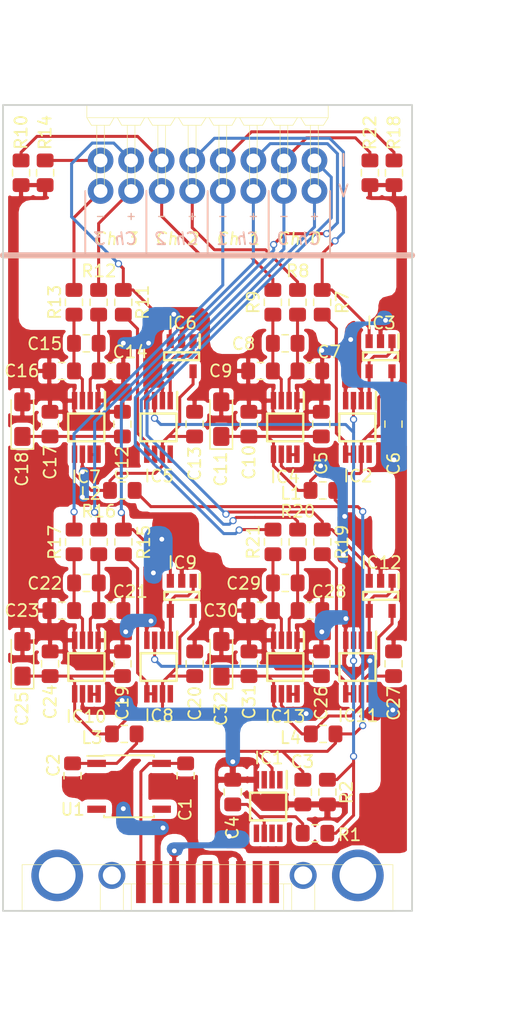
<source format=kicad_pcb>
(kicad_pcb (version 20171130) (host pcbnew "(6.0.0-rc1-dev-305-gf0b8b2136)")
  (layers (0 F.Cu signal) (31 B.Cu signal) (34 B.Paste user) (35 F.Paste user) (36 B.SilkS user) (37 F.SilkS user) (38 B.Mask user) (39 F.Mask user) (44 Edge.Cuts user))
  (net 0 "")
  (net 1 GND)
  (net 2 /Channel0/V+)
  (net 3 /Channel1/V+)
  (net 4 /Channel2/V+)
  (net 5 /Channel3/V+)
  (net 6 /Channel0/out)
  (net 7 /Channel1/out)
  (net 8 /Channel2/out)
  (net 9 /Channel3/out)
  (net 10 /Channel0/I+)
  (net 11 /Channel0/I-)
  (net 12 /Channel1/I+)
  (net 13 /Channel1/I-)
  (net 14 /Channel0/V-)
  (net 15 /Channel1/V-)
  (net 16 /Channel2/I+)
  (net 17 /Channel2/I-)
  (net 18 /Channel3/I+)
  (net 19 /Channel3/I-)
  (net 20 /Channel2/V-)
  (net 21 /Channel3/V-)
  (net 22 /Channel0/Vpower)
  (net 23 /Channel1/Vpower)
  (net 24 /Channel2/Vpower)
  (net 25 /Channel3/Vpower)
  (net 26 /Power)
  (net 27 /1V)
  (net 28 "Net-(C1-Pad1)")
  (net 29 GNDA)
  (net 30 "Net-(C4-Pad1)")
  (net 31 "Net-(C7-Pad2)")
  (net 32 "Net-(C8-Pad2)")
  (net 33 "Net-(C14-Pad2)")
  (net 34 "Net-(C15-Pad2)")
  (net 35 "Net-(C21-Pad2)")
  (net 36 "Net-(C22-Pad2)")
  (net 37 "Net-(C28-Pad2)")
  (net 38 "Net-(C29-Pad2)")
  (net 39 "Net-(IC2-Pad1)")
  (net 40 "Net-(IC2-Pad5)")
  (net 41 "Net-(IC5-Pad1)")
  (net 42 "Net-(IC5-Pad5)")
  (net 43 "Net-(IC8-Pad1)")
  (net 44 "Net-(IC8-Pad5)")
  (net 45 "Net-(IC11-Pad1)")
  (net 46 "Net-(IC11-Pad5)")
  (module Resistor_SMD:R_0805_2012Metric_Pad1.15x1.40mm_HandSolder (layer F.Cu) (at 58.899 74.401 90)
    (fp_text reference R13 (at 0.001 -1.599 90) (layer F.SilkS))
    (fp_text value 100k)
    (pad 2 smd roundrect (at 1.025 0 90) (size 1.15 1.4) (layers F.Cu F.Paste F.Mask) (roundrect_rratio 0.217391) (net 21 /Channel3/V-))
    (pad 1 smd roundrect (at -1.025 0 90) (size 1.15 1.4) (layers F.Cu F.Paste F.Mask) (roundrect_rratio 0.217391) (net 34 "Net-(C15-Pad2)"))
  )
  (module Resistor_SMD:R_0805_2012Metric_Pad1.15x1.40mm_HandSolder (layer F.Cu) (at 60.949 74.401 90)
    (fp_text reference R12 (at 2.601 0.025 180) (layer F.SilkS))
    (fp_text value 100k)
    (pad 2 smd roundrect (at 1.025 0 90) (size 1.15 1.4) (layers F.Cu F.Paste F.Mask) (roundrect_rratio 0.217391) (net 5 /Channel3/V+))
    (pad 1 smd roundrect (at -1.025 0 90) (size 1.15 1.4) (layers F.Cu F.Paste F.Mask) (roundrect_rratio 0.217391) (net 33 "Net-(C14-Pad2)"))
  )
  (module Capacitor_SMD:C_0805_2012Metric_Pad1.15x1.40mm_HandSolder (layer F.Cu) (at 56.905 84.531 90)
    (fp_text reference C17 (at -3.176209 0.010991 90) (layer F.SilkS))
    (fp_text value 0.1uF)
    (pad 2 smd roundrect (at 1.025 0 90) (size 1.15 1.4) (layers F.Cu F.Paste F.Mask) (roundrect_rratio 0.217391) (net 29 GNDA))
    (pad 1 smd roundrect (at -1.025 0 90) (size 1.15 1.4) (layers F.Cu F.Paste F.Mask) (roundrect_rratio 0.217391) (net 25 /Channel3/Vpower))
  )
  (module Resistor_SMD:R_0805_2012Metric_Pad1.15x1.40mm_HandSolder (layer F.Cu) (at 62.999 74.401 90)
    (fp_text reference R11 (at 0.001 1.601 270) (layer F.SilkS))
    (fp_text value 100k)
    (pad 2 smd roundrect (at 1.025 0 90) (size 1.15 1.4) (layers F.Cu F.Paste F.Mask) (roundrect_rratio 0.217391) (net 18 /Channel3/I+))
    (pad 1 smd roundrect (at -1.025 0 90) (size 1.15 1.4) (layers F.Cu F.Paste F.Mask) (roundrect_rratio 0.217391) (net 42 "Net-(IC5-Pad5)"))
  )
  (module Capacitor_Tantalum_SMD:CP_EIA-3216-18_Kemet-A_Pad1.58x1.35mm_HandSolder (layer F.Cu) (at 54.609 84.1185 90)
    (fp_text reference C18 (at -4.16 -0.04 90) (layer F.SilkS))
    (fp_text value 10uF)
    (pad 2 smd roundrect (at 1.4375 0 90) (size 1.575 1.35) (layers F.Cu F.Paste F.Mask) (roundrect_rratio 0.185185) (net 29 GNDA))
    (pad 1 smd roundrect (at -1.4375 0 90) (size 1.575 1.35) (layers F.Cu F.Paste F.Mask) (roundrect_rratio 0.185185) (net 25 /Channel3/Vpower))
  )
  (module Resistor_SMD:R_0805_2012Metric_Pad1.15x1.40mm_HandSolder (layer F.Cu) (at 79.531 74.401 90)
    (fp_text reference R7 (at 0.001 1.669 270) (layer F.SilkS))
    (fp_text value 100k)
    (pad 2 smd roundrect (at 1.025 0 90) (size 1.15 1.4) (layers F.Cu F.Paste F.Mask) (roundrect_rratio 0.217391) (net 16 /Channel2/I+))
    (pad 1 smd roundrect (at -1.025 0 90) (size 1.15 1.4) (layers F.Cu F.Paste F.Mask) (roundrect_rratio 0.217391) (net 40 "Net-(IC2-Pad5)"))
  )
  (module Capacitor_Tantalum_SMD:CP_EIA-3216-18_Kemet-A_Pad1.58x1.35mm_HandSolder (layer F.Cu) (at 71.141 84.1185 90)
    (fp_text reference C11 (at -4.16 -0.04 90) (layer F.SilkS))
    (fp_text value 10uF)
    (pad 2 smd roundrect (at 1.4375 0 90) (size 1.575 1.35) (layers F.Cu F.Paste F.Mask) (roundrect_rratio 0.185185) (net 29 GNDA))
    (pad 1 smd roundrect (at -1.4375 0 90) (size 1.575 1.35) (layers F.Cu F.Paste F.Mask) (roundrect_rratio 0.185185) (net 24 /Channel2/Vpower))
  )
  (module Resistor_SMD:R_0805_2012Metric_Pad1.15x1.40mm_HandSolder (layer F.Cu) (at 77.481 74.401 90)
    (fp_text reference R8 (at 2.601 0.025 180) (layer F.SilkS))
    (fp_text value 100k)
    (pad 2 smd roundrect (at 1.025 0 90) (size 1.15 1.4) (layers F.Cu F.Paste F.Mask) (roundrect_rratio 0.217391) (net 4 /Channel2/V+))
    (pad 1 smd roundrect (at -1.025 0 90) (size 1.15 1.4) (layers F.Cu F.Paste F.Mask) (roundrect_rratio 0.217391) (net 31 "Net-(C7-Pad2)"))
  )
  (module Capacitor_SMD:C_0805_2012Metric_Pad1.15x1.40mm_HandSolder (layer F.Cu) (at 78.506 80.11 180)
    (fp_text reference C7 (at -1.6 1.58 180) (layer F.SilkS))
    (fp_text value 0.1uF)
    (pad 2 smd roundrect (at 1.025 0 180) (size 1.15 1.4) (layers F.Cu F.Paste F.Mask) (roundrect_rratio 0.217391) (net 31 "Net-(C7-Pad2)"))
    (pad 1 smd roundrect (at -1.025 0 180) (size 1.15 1.4) (layers F.Cu F.Paste F.Mask) (roundrect_rratio 0.217391) (net 29 GNDA))
  )
  (module Capacitor_SMD:C_0805_2012Metric_Pad1.15x1.40mm_HandSolder (layer F.Cu) (at 76.456 77.814791 180)
    (fp_text reference C8 (at 3.459009 -0.036209 180) (layer F.SilkS))
    (fp_text value "1uF 6.3V X7R 0805")
    (pad 2 smd roundrect (at 1.025 0 180) (size 1.15 1.4) (layers F.Cu F.Paste F.Mask) (roundrect_rratio 0.217391) (net 32 "Net-(C8-Pad2)"))
    (pad 1 smd roundrect (at -1.025 0 180) (size 1.15 1.4) (layers F.Cu F.Paste F.Mask) (roundrect_rratio 0.217391) (net 31 "Net-(C7-Pad2)"))
  )
  (module Resistor_SMD:R_0805_2012Metric_Pad1.15x1.40mm_HandSolder (layer F.Cu) (at 75.431 74.401 90)
    (fp_text reference R9 (at 0.001 -1.631 90) (layer F.SilkS))
    (fp_text value 100k)
    (pad 2 smd roundrect (at 1.025 0 90) (size 1.15 1.4) (layers F.Cu F.Paste F.Mask) (roundrect_rratio 0.217391) (net 20 /Channel2/V-))
    (pad 1 smd roundrect (at -1.025 0 90) (size 1.15 1.4) (layers F.Cu F.Paste F.Mask) (roundrect_rratio 0.217391) (net 32 "Net-(C8-Pad2)"))
  )
  (module Capacitor_SMD:C_0805_2012Metric_Pad1.15x1.40mm_HandSolder (layer F.Cu) (at 73.437 84.531 90)
    (fp_text reference C10 (at -3.176209 0.010991 90) (layer F.SilkS))
    (fp_text value 0.1uF)
    (pad 2 smd roundrect (at 1.025 0 90) (size 1.15 1.4) (layers F.Cu F.Paste F.Mask) (roundrect_rratio 0.217391) (net 29 GNDA))
    (pad 1 smd roundrect (at -1.025 0 90) (size 1.15 1.4) (layers F.Cu F.Paste F.Mask) (roundrect_rratio 0.217391) (net 24 /Channel2/Vpower))
  )
  (module Capacitor_SMD:C_0805_2012Metric_Pad1.15x1.40mm_HandSolder (layer F.Cu) (at 79.456 84.531 90)
    (fp_text reference C5 (at -3.256209 -0.02 90) (layer F.SilkS))
    (fp_text value 0.1uF)
    (pad 2 smd roundrect (at 1.025 0 90) (size 1.15 1.4) (layers F.Cu F.Paste F.Mask) (roundrect_rratio 0.217391) (net 29 GNDA))
    (pad 1 smd roundrect (at -1.025 0 90) (size 1.15 1.4) (layers F.Cu F.Paste F.Mask) (roundrect_rratio 0.217391) (net 24 /Channel2/Vpower))
  )
  (module Capacitor_SMD:C_0805_2012Metric_Pad1.15x1.40mm_HandSolder (layer F.Cu) (at 85.456 84.531 90)
    (fp_text reference C6 (at -3.286209 0.010991 90) (layer F.SilkS))
    (fp_text value 0.1uF)
    (pad 2 smd roundrect (at 1.025 0 90) (size 1.15 1.4) (layers F.Cu F.Paste F.Mask) (roundrect_rratio 0.217391) (net 29 GNDA))
    (pad 1 smd roundrect (at -1.025 0 90) (size 1.15 1.4) (layers F.Cu F.Paste F.Mask) (roundrect_rratio 0.217391) (net 24 /Channel2/Vpower))
  )
  (module Capacitor_SMD:C_0805_2012Metric_Pad1.15x1.40mm_HandSolder (layer F.Cu) (at 74.406 80.11 180)
    (fp_text reference C9 (at 3.31 0 180) (layer F.SilkS))
    (fp_text value 0.1uF)
    (pad 2 smd roundrect (at 1.025 0 180) (size 1.15 1.4) (layers F.Cu F.Paste F.Mask) (roundrect_rratio 0.217391) (net 29 GNDA))
    (pad 1 smd roundrect (at -1.025 0 180) (size 1.15 1.4) (layers F.Cu F.Paste F.Mask) (roundrect_rratio 0.217391) (net 32 "Net-(C8-Pad2)"))
  )
  (module Capacitor_SMD:C_0805_2012Metric_Pad1.15x1.40mm_HandSolder (layer F.Cu) (at 68.924 84.531 90)
    (fp_text reference C13 (at -3.286209 0.010991 90) (layer F.SilkS))
    (fp_text value 0.1uF)
    (pad 2 smd roundrect (at 1.025 0 90) (size 1.15 1.4) (layers F.Cu F.Paste F.Mask) (roundrect_rratio 0.217391) (net 29 GNDA))
    (pad 1 smd roundrect (at -1.025 0 90) (size 1.15 1.4) (layers F.Cu F.Paste F.Mask) (roundrect_rratio 0.217391) (net 25 /Channel3/Vpower))
  )
  (module Capacitor_SMD:C_0805_2012Metric_Pad1.15x1.40mm_HandSolder (layer F.Cu) (at 62.924 84.531 90)
    (fp_text reference C12 (at -3.256209 -0.02 90) (layer F.SilkS))
    (fp_text value 0.1uF)
    (pad 2 smd roundrect (at 1.025 0 90) (size 1.15 1.4) (layers F.Cu F.Paste F.Mask) (roundrect_rratio 0.217391) (net 29 GNDA))
    (pad 1 smd roundrect (at -1.025 0 90) (size 1.15 1.4) (layers F.Cu F.Paste F.Mask) (roundrect_rratio 0.217391) (net 25 /Channel3/Vpower))
  )
  (module Capacitor_SMD:C_0805_2012Metric_Pad1.15x1.40mm_HandSolder (layer F.Cu) (at 57.874 80.11 180)
    (fp_text reference C16 (at 3.31 0 180) (layer F.SilkS))
    (fp_text value 0.1uF)
    (pad 2 smd roundrect (at 1.025 0 180) (size 1.15 1.4) (layers F.Cu F.Paste F.Mask) (roundrect_rratio 0.217391) (net 29 GNDA))
    (pad 1 smd roundrect (at -1.025 0 180) (size 1.15 1.4) (layers F.Cu F.Paste F.Mask) (roundrect_rratio 0.217391) (net 34 "Net-(C15-Pad2)"))
  )
  (module Capacitor_SMD:C_0805_2012Metric_Pad1.15x1.40mm_HandSolder (layer F.Cu) (at 59.924 77.814791 180)
    (fp_text reference C15 (at 3.459009 -0.036209 180) (layer F.SilkS))
    (fp_text value "1uF 6.3V X7R 0805")
    (pad 2 smd roundrect (at 1.025 0 180) (size 1.15 1.4) (layers F.Cu F.Paste F.Mask) (roundrect_rratio 0.217391) (net 34 "Net-(C15-Pad2)"))
    (pad 1 smd roundrect (at -1.025 0 180) (size 1.15 1.4) (layers F.Cu F.Paste F.Mask) (roundrect_rratio 0.217391) (net 33 "Net-(C14-Pad2)"))
  )
  (module Capacitor_SMD:C_0805_2012Metric_Pad1.15x1.40mm_HandSolder (layer F.Cu) (at 61.974 80.11 180)
    (fp_text reference C14 (at -1.6 1.58 180) (layer F.SilkS))
    (fp_text value 0.1uF)
    (pad 2 smd roundrect (at 1.025 0 180) (size 1.15 1.4) (layers F.Cu F.Paste F.Mask) (roundrect_rratio 0.217391) (net 33 "Net-(C14-Pad2)"))
    (pad 1 smd roundrect (at -1.025 0 180) (size 1.15 1.4) (layers F.Cu F.Paste F.Mask) (roundrect_rratio 0.217391) (net 29 GNDA))
  )
  (module Capacitor_SMD:C_0805_2012Metric_Pad1.15x1.40mm_HandSolder (layer F.Cu) (at 78.515 100.033 180)
    (fp_text reference C28 (at -1.6 1.58 180) (layer F.SilkS))
    (fp_text value 0.1uF)
    (pad 2 smd roundrect (at 1.025 0 180) (size 1.15 1.4) (layers F.Cu F.Paste F.Mask) (roundrect_rratio 0.217391) (net 37 "Net-(C28-Pad2)"))
    (pad 1 smd roundrect (at -1.025 0 180) (size 1.15 1.4) (layers F.Cu F.Paste F.Mask) (roundrect_rratio 0.217391) (net 29 GNDA))
  )
  (module Resistor_SMD:R_0805_2012Metric_Pad1.15x1.40mm_HandSolder (layer F.Cu) (at 75.44 94.324 90)
    (fp_text reference R21 (at 0 -1.64 90) (layer F.SilkS))
    (fp_text value 100k)
    (pad 2 smd roundrect (at 1.025 0 90) (size 1.15 1.4) (layers F.Cu F.Paste F.Mask) (roundrect_rratio 0.217391) (net 14 /Channel0/V-))
    (pad 1 smd roundrect (at -1.025 0 90) (size 1.15 1.4) (layers F.Cu F.Paste F.Mask) (roundrect_rratio 0.217391) (net 38 "Net-(C29-Pad2)"))
  )
  (module Resistor_SMD:R_0805_2012Metric_Pad1.15x1.40mm_HandSolder (layer F.Cu) (at 77.49 94.324 90)
    (fp_text reference R20 (at 2.542 0.01 180) (layer F.SilkS))
    (fp_text value 100k)
    (pad 2 smd roundrect (at 1.025 0 90) (size 1.15 1.4) (layers F.Cu F.Paste F.Mask) (roundrect_rratio 0.217391) (net 2 /Channel0/V+))
    (pad 1 smd roundrect (at -1.025 0 90) (size 1.15 1.4) (layers F.Cu F.Paste F.Mask) (roundrect_rratio 0.217391) (net 37 "Net-(C28-Pad2)"))
  )
  (module Capacitor_SMD:C_0805_2012Metric_Pad1.15x1.40mm_HandSolder (layer F.Cu) (at 73.446 104.454 90)
    (fp_text reference C31 (at -3.176209 0.010991 90) (layer F.SilkS))
    (fp_text value 0.1uF)
    (pad 2 smd roundrect (at 1.025 0 90) (size 1.15 1.4) (layers F.Cu F.Paste F.Mask) (roundrect_rratio 0.217391) (net 29 GNDA))
    (pad 1 smd roundrect (at -1.025 0 90) (size 1.15 1.4) (layers F.Cu F.Paste F.Mask) (roundrect_rratio 0.217391) (net 22 /Channel0/Vpower))
  )
  (module Resistor_SMD:R_0805_2012Metric_Pad1.15x1.40mm_HandSolder (layer F.Cu) (at 79.54 94.324 90)
    (fp_text reference R19 (at -0.025 1.634 270) (layer F.SilkS))
    (fp_text value 100k)
    (pad 2 smd roundrect (at 1.025 0 90) (size 1.15 1.4) (layers F.Cu F.Paste F.Mask) (roundrect_rratio 0.217391) (net 10 /Channel0/I+))
    (pad 1 smd roundrect (at -1.025 0 90) (size 1.15 1.4) (layers F.Cu F.Paste F.Mask) (roundrect_rratio 0.217391) (net 46 "Net-(IC11-Pad5)"))
  )
  (module Capacitor_Tantalum_SMD:CP_EIA-3216-18_Kemet-A_Pad1.58x1.35mm_HandSolder (layer F.Cu) (at 71.15 104.0415 90)
    (fp_text reference C32 (at -4.16 -0.04 90) (layer F.SilkS))
    (fp_text value 10uF)
    (pad 2 smd roundrect (at 1.4375 0 90) (size 1.575 1.35) (layers F.Cu F.Paste F.Mask) (roundrect_rratio 0.185185) (net 29 GNDA))
    (pad 1 smd roundrect (at -1.4375 0 90) (size 1.575 1.35) (layers F.Cu F.Paste F.Mask) (roundrect_rratio 0.185185) (net 22 /Channel0/Vpower))
  )
  (module Capacitor_SMD:C_0805_2012Metric_Pad1.15x1.40mm_HandSolder (layer F.Cu) (at 85.465 104.454 90)
    (fp_text reference C27 (at -3.286209 0.010991 90) (layer F.SilkS))
    (fp_text value 0.1uF)
    (pad 2 smd roundrect (at 1.025 0 90) (size 1.15 1.4) (layers F.Cu F.Paste F.Mask) (roundrect_rratio 0.217391) (net 29 GNDA))
    (pad 1 smd roundrect (at -1.025 0 90) (size 1.15 1.4) (layers F.Cu F.Paste F.Mask) (roundrect_rratio 0.217391) (net 22 /Channel0/Vpower))
  )
  (module Capacitor_SMD:C_0805_2012Metric_Pad1.15x1.40mm_HandSolder (layer F.Cu) (at 79.465 104.454 90)
    (fp_text reference C26 (at -3.256209 -0.02 90) (layer F.SilkS))
    (fp_text value 0.1uF)
    (pad 2 smd roundrect (at 1.025 0 90) (size 1.15 1.4) (layers F.Cu F.Paste F.Mask) (roundrect_rratio 0.217391) (net 29 GNDA))
    (pad 1 smd roundrect (at -1.025 0 90) (size 1.15 1.4) (layers F.Cu F.Paste F.Mask) (roundrect_rratio 0.217391) (net 22 /Channel0/Vpower))
  )
  (module Capacitor_SMD:C_0805_2012Metric_Pad1.15x1.40mm_HandSolder (layer F.Cu) (at 74.415 100.033 180)
    (fp_text reference C30 (at 3.31 0 180) (layer F.SilkS))
    (fp_text value 0.1uF)
    (pad 2 smd roundrect (at 1.025 0 180) (size 1.15 1.4) (layers F.Cu F.Paste F.Mask) (roundrect_rratio 0.217391) (net 29 GNDA))
    (pad 1 smd roundrect (at -1.025 0 180) (size 1.15 1.4) (layers F.Cu F.Paste F.Mask) (roundrect_rratio 0.217391) (net 38 "Net-(C29-Pad2)"))
  )
  (module Capacitor_SMD:C_0805_2012Metric_Pad1.15x1.40mm_HandSolder (layer F.Cu) (at 76.465 97.737791 180)
    (fp_text reference C29 (at 3.459009 -0.036209 180) (layer F.SilkS))
    (fp_text value "1uF 6.3V X7R 0805")
    (pad 2 smd roundrect (at 1.025 0 180) (size 1.15 1.4) (layers F.Cu F.Paste F.Mask) (roundrect_rratio 0.217391) (net 38 "Net-(C29-Pad2)"))
    (pad 1 smd roundrect (at -1.025 0 180) (size 1.15 1.4) (layers F.Cu F.Paste F.Mask) (roundrect_rratio 0.217391) (net 37 "Net-(C28-Pad2)"))
  )
  (module Current_Source:K202XHT-E9S-N (layer F.Cu) (at 70 122.6 180)
    (fp_text reference J1 hide)
    (fp_text value DB9F)
    (pad 10 thru_hole circle (at 12.495 0.55 180) (size 4.3 4.3) (drill 3.05) (layers *.Cu *.Mask))
    (pad 10 thru_hole circle (at -12.495 0.55 180) (size 4.3 4.3) (drill 3.05) (layers *.Cu *.Mask))
    (pad 10 thru_hole circle (at 7.95 0.55 180) (size 2.25 2.25) (drill 1.5) (layers *.Cu *.Mask))
    (pad 10 thru_hole circle (at -7.95 0.55 180) (size 2.25 2.25) (drill 1.5) (layers *.Cu *.Mask))
    (pad 1 smd rect (at 5.54 0 180) (size 0.8 3.5) (layers F.Cu F.Paste F.Mask) (net 28 "Net-(C1-Pad1)"))
    (pad 6 smd rect (at 4.155 0 180) (size 0.8 3.5) (layers F.Cu F.Paste F.Mask) (net 1 GND))
    (pad 2 smd rect (at 2.77 0 180) (size 0.8 3.5) (layers F.Cu F.Paste F.Mask) (net 29 GNDA))
    (pad 7 smd rect (at 1.385 0 180) (size 0.8 3.5) (layers F.Cu F.Paste F.Mask) (net 1 GND))
    (pad 3 smd rect (at 0 0 180) (size 0.8 3.5) (layers F.Cu F.Paste F.Mask))
    (pad 8 smd rect (at -1.385 0 180) (size 0.8 3.5) (layers F.Cu F.Paste F.Mask) (net 1 GND))
    (pad 4 smd rect (at -2.77 0 180) (size 0.8 3.5) (layers F.Cu F.Paste F.Mask) (net 1 GND))
    (pad 9 smd rect (at -4.155 0 180) (size 0.8 3.5) (layers F.Cu F.Paste F.Mask))
    (pad 5 smd rect (at -5.54 0 180) (size 0.8 3.5) (layers F.Cu F.Paste F.Mask))
  )
  (module Capacitor_SMD:C_0805_2012Metric_Pad1.15x1.40mm_HandSolder (layer F.Cu) (at 68.18 113.763 270)
    (fp_text reference C1 (at 2.81 0.03 270) (layer F.SilkS))
    (fp_text value 0.33uF)
    (pad 2 smd roundrect (at 1.025 0 270) (size 1.15 1.4) (layers F.Cu F.Paste F.Mask) (roundrect_rratio 0.217391) (net 1 GND))
    (pad 1 smd roundrect (at -1.025 0 270) (size 1.15 1.4) (layers F.Cu F.Paste F.Mask) (roundrect_rratio 0.217391) (net 28 "Net-(C1-Pad1)"))
  )
  (module Capacitor_SMD:C_0805_2012Metric_Pad1.15x1.40mm_HandSolder (layer F.Cu) (at 58.78 113.763 270)
    (fp_text reference C2 (at -0.871 1.589 270) (layer F.SilkS))
    (fp_text value 0.01uF)
    (pad 2 smd roundrect (at 1.025 0 270) (size 1.15 1.4) (layers F.Cu F.Paste F.Mask) (roundrect_rratio 0.217391) (net 1 GND))
    (pad 1 smd roundrect (at -1.025 0 270) (size 1.15 1.4) (layers F.Cu F.Paste F.Mask) (roundrect_rratio 0.217391) (net 26 /Power))
  )
  (module Capacitor_SMD:C_0805_2012Metric_Pad1.15x1.40mm_HandSolder (layer F.Cu) (at 77.924 115.123 270)
    (fp_text reference C3 (at -2.526 0.035) (layer F.SilkS))
    (fp_text value 0.1uF)
    (pad 2 smd roundrect (at 1.025 0 270) (size 1.15 1.4) (layers F.Cu F.Paste F.Mask) (roundrect_rratio 0.217391) (net 29 GNDA))
    (pad 1 smd roundrect (at -1.025 0 270) (size 1.15 1.4) (layers F.Cu F.Paste F.Mask) (roundrect_rratio 0.217391) (net 26 /Power))
  )
  (module Capacitor_SMD:C_0805_2012Metric_Pad1.15x1.40mm_HandSolder (layer F.Cu) (at 72.097 115.123 90)
    (fp_text reference C4 (at -2.97 -0.03 90) (layer F.SilkS))
    (fp_text value 0.1uF)
    (pad 2 smd roundrect (at 1.025 0 90) (size 1.15 1.4) (layers F.Cu F.Paste F.Mask) (roundrect_rratio 0.217391) (net 29 GNDA))
    (pad 1 smd roundrect (at -1.025 0 90) (size 1.15 1.4) (layers F.Cu F.Paste F.Mask) (roundrect_rratio 0.217391) (net 30 "Net-(C4-Pad1)"))
  )
  (module Capacitor_SMD:C_0805_2012Metric_Pad1.15x1.40mm_HandSolder (layer F.Cu) (at 62.933 104.454 90)
    (fp_text reference C19 (at -3.256209 -0.02 90) (layer F.SilkS))
    (fp_text value 0.1uF)
    (pad 2 smd roundrect (at 1.025 0 90) (size 1.15 1.4) (layers F.Cu F.Paste F.Mask) (roundrect_rratio 0.217391) (net 29 GNDA))
    (pad 1 smd roundrect (at -1.025 0 90) (size 1.15 1.4) (layers F.Cu F.Paste F.Mask) (roundrect_rratio 0.217391) (net 23 /Channel1/Vpower))
  )
  (module Capacitor_SMD:C_0805_2012Metric_Pad1.15x1.40mm_HandSolder (layer F.Cu) (at 68.933 104.454 90)
    (fp_text reference C20 (at -3.286209 0.010991 90) (layer F.SilkS))
    (fp_text value 0.1uF)
    (pad 2 smd roundrect (at 1.025 0 90) (size 1.15 1.4) (layers F.Cu F.Paste F.Mask) (roundrect_rratio 0.217391) (net 29 GNDA))
    (pad 1 smd roundrect (at -1.025 0 90) (size 1.15 1.4) (layers F.Cu F.Paste F.Mask) (roundrect_rratio 0.217391) (net 23 /Channel1/Vpower))
  )
  (module Capacitor_SMD:C_0805_2012Metric_Pad1.15x1.40mm_HandSolder (layer F.Cu) (at 61.983 100.033 180)
    (fp_text reference C21 (at -1.6 1.58 180) (layer F.SilkS))
    (fp_text value 0.1uF)
    (pad 2 smd roundrect (at 1.025 0 180) (size 1.15 1.4) (layers F.Cu F.Paste F.Mask) (roundrect_rratio 0.217391) (net 35 "Net-(C21-Pad2)"))
    (pad 1 smd roundrect (at -1.025 0 180) (size 1.15 1.4) (layers F.Cu F.Paste F.Mask) (roundrect_rratio 0.217391) (net 29 GNDA))
  )
  (module Capacitor_SMD:C_0805_2012Metric_Pad1.15x1.40mm_HandSolder (layer F.Cu) (at 59.933 97.737791 180)
    (fp_text reference C22 (at 3.459009 -0.036209 180) (layer F.SilkS))
    (fp_text value "1uF 6.3V X7R 0805")
    (pad 2 smd roundrect (at 1.025 0 180) (size 1.15 1.4) (layers F.Cu F.Paste F.Mask) (roundrect_rratio 0.217391) (net 36 "Net-(C22-Pad2)"))
    (pad 1 smd roundrect (at -1.025 0 180) (size 1.15 1.4) (layers F.Cu F.Paste F.Mask) (roundrect_rratio 0.217391) (net 35 "Net-(C21-Pad2)"))
  )
  (module Capacitor_SMD:C_0805_2012Metric_Pad1.15x1.40mm_HandSolder (layer F.Cu) (at 57.883 100.033 180)
    (fp_text reference C23 (at 3.31 0 180) (layer F.SilkS))
    (fp_text value 0.1uF)
    (pad 2 smd roundrect (at 1.025 0 180) (size 1.15 1.4) (layers F.Cu F.Paste F.Mask) (roundrect_rratio 0.217391) (net 29 GNDA))
    (pad 1 smd roundrect (at -1.025 0 180) (size 1.15 1.4) (layers F.Cu F.Paste F.Mask) (roundrect_rratio 0.217391) (net 36 "Net-(C22-Pad2)"))
  )
  (module Capacitor_SMD:C_0805_2012Metric_Pad1.15x1.40mm_HandSolder (layer F.Cu) (at 56.914 104.454 90)
    (fp_text reference C24 (at -3.176209 0.010991 90) (layer F.SilkS))
    (fp_text value 0.1uF)
    (pad 2 smd roundrect (at 1.025 0 90) (size 1.15 1.4) (layers F.Cu F.Paste F.Mask) (roundrect_rratio 0.217391) (net 29 GNDA))
    (pad 1 smd roundrect (at -1.025 0 90) (size 1.15 1.4) (layers F.Cu F.Paste F.Mask) (roundrect_rratio 0.217391) (net 23 /Channel1/Vpower))
  )
  (module Capacitor_Tantalum_SMD:CP_EIA-3216-18_Kemet-A_Pad1.58x1.35mm_HandSolder (layer F.Cu) (at 54.618 104.0415 90)
    (fp_text reference C25 (at -4.16 -0.04 90) (layer F.SilkS))
    (fp_text value 10uF)
    (pad 2 smd roundrect (at 1.4375 0 90) (size 1.575 1.35) (layers F.Cu F.Paste F.Mask) (roundrect_rratio 0.185185) (net 29 GNDA))
    (pad 1 smd roundrect (at -1.4375 0 90) (size 1.575 1.35) (layers F.Cu F.Paste F.Mask) (roundrect_rratio 0.185185) (net 23 /Channel1/Vpower))
  )
  (module Inductor_SMD:L_0805_2012Metric_Pad1.15x1.40mm_HandSolder (layer F.Cu) (at 79.588 90.044 180)
    (fp_text reference L1 (at 2.651 -0.238 180) (layer F.SilkS))
    (fp_text value "MMZ2012Y152B ")
    (pad 2 smd roundrect (at 1.025 0 180) (size 1.15 1.4) (layers F.Cu F.Paste F.Mask) (roundrect_rratio 0.217391) (net 24 /Channel2/Vpower))
    (pad 1 smd roundrect (at -1.025 0 180) (size 1.15 1.4) (layers F.Cu F.Paste F.Mask) (roundrect_rratio 0.217391) (net 26 /Power))
  )
  (module Inductor_SMD:L_0805_2012Metric_Pad1.15x1.40mm_HandSolder (layer F.Cu) (at 62.917 90.044 180)
    (fp_text reference L2 (at 2.639 -0.258 180) (layer F.SilkS))
    (fp_text value "MMZ2012Y152B ")
    (pad 2 smd roundrect (at 1.025 0 180) (size 1.15 1.4) (layers F.Cu F.Paste F.Mask) (roundrect_rratio 0.217391) (net 25 /Channel3/Vpower))
    (pad 1 smd roundrect (at -1.025 0 180) (size 1.15 1.4) (layers F.Cu F.Paste F.Mask) (roundrect_rratio 0.217391) (net 26 /Power))
  )
  (module Inductor_SMD:L_0805_2012Metric_Pad1.15x1.40mm_HandSolder (layer F.Cu) (at 63.078 110.287 180)
    (fp_text reference L3 (at 2.678 -0.313 180) (layer F.SilkS))
    (fp_text value "MMZ2012Y152B ")
    (pad 2 smd roundrect (at 1.025 0 180) (size 1.15 1.4) (layers F.Cu F.Paste F.Mask) (roundrect_rratio 0.217391) (net 23 /Channel1/Vpower))
    (pad 1 smd roundrect (at -1.025 0 180) (size 1.15 1.4) (layers F.Cu F.Paste F.Mask) (roundrect_rratio 0.217391) (net 26 /Power))
  )
  (module Inductor_SMD:L_0805_2012Metric_Pad1.15x1.40mm_HandSolder (layer F.Cu) (at 79.61 110.287 180)
    (fp_text reference L4 (at 2.711 -0.313 180) (layer F.SilkS))
    (fp_text value "MMZ2012Y152B ")
    (pad 2 smd roundrect (at 1.025 0 180) (size 1.15 1.4) (layers F.Cu F.Paste F.Mask) (roundrect_rratio 0.217391) (net 22 /Channel0/Vpower))
    (pad 1 smd roundrect (at -1.025 0 180) (size 1.15 1.4) (layers F.Cu F.Paste F.Mask) (roundrect_rratio 0.217391) (net 26 /Power))
  )
  (module Resistor_SMD:R_0805_2012Metric_Pad1.15x1.40mm_HandSolder (layer F.Cu) (at 78.934 118.548)
    (fp_text reference R1 (at 2.862 0.127) (layer F.SilkS))
    (fp_text value 1050)
    (pad 2 smd roundrect (at 1.025 0) (size 1.15 1.4) (layers F.Cu F.Paste F.Mask) (roundrect_rratio 0.217391) (net 27 /1V))
    (pad 1 smd roundrect (at -1.025 0) (size 1.15 1.4) (layers F.Cu F.Paste F.Mask) (roundrect_rratio 0.217391) (net 30 "Net-(C4-Pad1)"))
  )
  (module Resistor_SMD:R_0805_2012Metric_Pad1.15x1.40mm_HandSolder (layer F.Cu) (at 79.964 115.123 270)
    (fp_text reference R2 (at 0.023 -1.581 270) (layer F.SilkS))
    (fp_text value 1K)
    (pad 2 smd roundrect (at 1.025 0 270) (size 1.15 1.4) (layers F.Cu F.Paste F.Mask) (roundrect_rratio 0.217391) (net 29 GNDA))
    (pad 1 smd roundrect (at -1.025 0 270) (size 1.15 1.4) (layers F.Cu F.Paste F.Mask) (roundrect_rratio 0.217391) (net 27 /1V))
  )
  (module Resistor_SMD:R_0805_2012Metric_Pad1.15x1.40mm_HandSolder (layer F.Cu) (at 54.5 63.635 270)
    (fp_text reference R10 (at -3.37 0 270) (layer F.SilkS))
    (fp_text value 10k)
    (pad 2 smd roundrect (at 1.025 0 270) (size 1.15 1.4) (layers F.Cu F.Paste F.Mask) (roundrect_rratio 0.217391) (net 29 GNDA))
    (pad 1 smd roundrect (at -1.025 0 270) (size 1.15 1.4) (layers F.Cu F.Paste F.Mask) (roundrect_rratio 0.217391) (net 17 /Channel2/I-))
  )
  (module Resistor_SMD:R_0805_2012Metric_Pad1.15x1.40mm_HandSolder (layer F.Cu) (at 56.5 63.635 270)
    (fp_text reference R14 (at -3.35 0 270) (layer F.SilkS))
    (fp_text value 10k)
    (pad 2 smd roundrect (at 1.025 0 270) (size 1.15 1.4) (layers F.Cu F.Paste F.Mask) (roundrect_rratio 0.217391) (net 29 GNDA))
    (pad 1 smd roundrect (at -1.025 0 270) (size 1.15 1.4) (layers F.Cu F.Paste F.Mask) (roundrect_rratio 0.217391) (net 19 /Channel3/I-))
  )
  (module Resistor_SMD:R_0805_2012Metric_Pad1.15x1.40mm_HandSolder (layer F.Cu) (at 63.008 94.324 90)
    (fp_text reference R15 (at -0.035 1.694 270) (layer F.SilkS))
    (fp_text value 100k)
    (pad 2 smd roundrect (at 1.025 0 90) (size 1.15 1.4) (layers F.Cu F.Paste F.Mask) (roundrect_rratio 0.217391) (net 12 /Channel1/I+))
    (pad 1 smd roundrect (at -1.025 0 90) (size 1.15 1.4) (layers F.Cu F.Paste F.Mask) (roundrect_rratio 0.217391) (net 44 "Net-(IC8-Pad5)"))
  )
  (module Resistor_SMD:R_0805_2012Metric_Pad1.15x1.40mm_HandSolder (layer F.Cu) (at 60.958 94.324 90)
    (fp_text reference R16 (at 2.55 0.008 180) (layer F.SilkS))
    (fp_text value 100k)
    (pad 2 smd roundrect (at 1.025 0 90) (size 1.15 1.4) (layers F.Cu F.Paste F.Mask) (roundrect_rratio 0.217391) (net 3 /Channel1/V+))
    (pad 1 smd roundrect (at -1.025 0 90) (size 1.15 1.4) (layers F.Cu F.Paste F.Mask) (roundrect_rratio 0.217391) (net 35 "Net-(C21-Pad2)"))
  )
  (module Resistor_SMD:R_0805_2012Metric_Pad1.15x1.40mm_HandSolder (layer F.Cu) (at 58.908 94.324 90)
    (fp_text reference R17 (at -0.035 -1.612 90) (layer F.SilkS))
    (fp_text value 100k)
    (pad 2 smd roundrect (at 1.025 0 90) (size 1.15 1.4) (layers F.Cu F.Paste F.Mask) (roundrect_rratio 0.217391) (net 15 /Channel1/V-))
    (pad 1 smd roundrect (at -1.025 0 90) (size 1.15 1.4) (layers F.Cu F.Paste F.Mask) (roundrect_rratio 0.217391) (net 36 "Net-(C22-Pad2)"))
  )
  (module Resistor_SMD:R_0805_2012Metric_Pad1.15x1.40mm_HandSolder (layer F.Cu) (at 85.5 63.635 270)
    (fp_text reference R18 (at -3.335 0 270) (layer F.SilkS))
    (fp_text value 10k)
    (pad 2 smd roundrect (at 1.025 0 270) (size 1.15 1.4) (layers F.Cu F.Paste F.Mask) (roundrect_rratio 0.217391) (net 29 GNDA))
    (pad 1 smd roundrect (at -1.025 0 270) (size 1.15 1.4) (layers F.Cu F.Paste F.Mask) (roundrect_rratio 0.217391) (net 13 /Channel1/I-))
  )
  (module Resistor_SMD:R_0805_2012Metric_Pad1.15x1.40mm_HandSolder (layer F.Cu) (at 83.5 63.635 270)
    (fp_text reference R22 (at -3.335 0 270) (layer F.SilkS))
    (fp_text value 10k)
    (pad 2 smd roundrect (at 1.025 0 270) (size 1.15 1.4) (layers F.Cu F.Paste F.Mask) (roundrect_rratio 0.217391) (net 29 GNDA))
    (pad 1 smd roundrect (at -1.025 0 270) (size 1.15 1.4) (layers F.Cu F.Paste F.Mask) (roundrect_rratio 0.217391) (net 11 /Channel0/I-))
  )
  (module Package_SO:SOIC-8_3.9x4.9mm_P1.27mm (layer F.Cu) (at 63.48 114.643)
    (fp_text reference U1 (at -4.686 1.921) (layer F.SilkS))
    (fp_text value LM78L05_SO8)
    (pad 8 smd rect (at 2.7 -1.905) (size 1.55 0.6) (layers F.Cu F.Paste F.Mask) (net 28 "Net-(C1-Pad1)"))
    (pad 7 smd rect (at 2.7 -0.635) (size 1.55 0.6) (layers F.Cu F.Paste F.Mask) (net 1 GND))
    (pad 6 smd rect (at 2.7 0.635) (size 1.55 0.6) (layers F.Cu F.Paste F.Mask) (net 1 GND))
    (pad 5 smd rect (at 2.7 1.905) (size 1.55 0.6) (layers F.Cu F.Paste F.Mask))
    (pad 4 smd rect (at -2.7 1.905) (size 1.55 0.6) (layers F.Cu F.Paste F.Mask))
    (pad 3 smd rect (at -2.7 0.635) (size 1.55 0.6) (layers F.Cu F.Paste F.Mask) (net 1 GND))
    (pad 2 smd rect (at -2.7 -0.635) (size 1.55 0.6) (layers F.Cu F.Paste F.Mask) (net 1 GND))
    (pad 1 smd rect (at -2.7 -1.905) (size 1.55 0.6) (layers F.Cu F.Paste F.Mask) (net 26 /Power))
  )
  (module Current_Source:90122-0128 (layer F.Cu) (at 70 63.88 180)
    (fp_text reference J2 hide)
    (fp_text value 90122-0124)
    (pad 15 thru_hole circle (at 8.89 -1.27 180) (size 2.14 2.14) (drill 1.14) (layers *.Cu *.Mask) (net 21 /Channel3/V-))
    (pad 10 thru_hole circle (at 1.27 1.27 180) (size 2.14 2.14) (drill 1.14) (layers *.Cu *.Mask) (net 16 /Channel2/I+))
    (pad 9 thru_hole circle (at 1.27 -1.27 180) (size 2.14 2.14) (drill 1.14) (layers *.Cu *.Mask) (net 4 /Channel2/V+))
    (pad 13 thru_hole circle (at 6.35 -1.27 180) (size 2.14 2.14) (drill 1.14) (layers *.Cu *.Mask) (net 5 /Channel3/V+))
    (pad 11 thru_hole circle (at 3.81 -1.27 180) (size 2.14 2.14) (drill 1.14) (layers *.Cu *.Mask) (net 20 /Channel2/V-))
    (pad 16 thru_hole circle (at 8.89 1.27 180) (size 2.14 2.14) (drill 1.14) (layers *.Cu *.Mask) (net 19 /Channel3/I-))
    (pad 14 thru_hole circle (at 6.35 1.27 180) (size 2.14 2.14) (drill 1.14) (layers *.Cu *.Mask) (net 18 /Channel3/I+))
    (pad 12 thru_hole circle (at 3.81 1.27 180) (size 2.14 2.14) (drill 1.14) (layers *.Cu *.Mask) (net 17 /Channel2/I-))
    (pad 8 thru_hole circle (at -1.27 1.27 180) (size 2.14 2.14) (drill 1.14) (layers *.Cu *.Mask) (net 13 /Channel1/I-))
    (pad 6 thru_hole circle (at -3.81 1.27 180) (size 2.14 2.14) (drill 1.14) (layers *.Cu *.Mask) (net 12 /Channel1/I+))
    (pad 4 thru_hole circle (at -6.35 1.27 180) (size 2.14 2.14) (drill 1.14) (layers *.Cu *.Mask) (net 11 /Channel0/I-))
    (pad 2 thru_hole circle (at -8.89 1.27 180) (size 2.14 2.14) (drill 1.14) (layers *.Cu *.Mask) (net 10 /Channel0/I+))
    (pad 7 thru_hole circle (at -1.27 -1.27 180) (size 2.14 2.14) (drill 1.14) (layers *.Cu *.Mask) (net 15 /Channel1/V-))
    (pad 5 thru_hole circle (at -3.81 -1.27 180) (size 2.14 2.14) (drill 1.14) (layers *.Cu *.Mask) (net 3 /Channel1/V+))
    (pad 3 thru_hole circle (at -6.35 -1.27 180) (size 2.14 2.14) (drill 1.14) (layers *.Cu *.Mask) (net 14 /Channel0/V-))
    (pad 1 thru_hole circle (at -8.89 -1.27 180) (size 2.14 2.14) (drill 1.14) (layers *.Cu *.Mask) (net 2 /Channel0/V+))
  )
  (module Current_Source:SOP65P490X110-8N (layer F.Cu) (at 75.039 116.323 270)
    (fp_text reference IC1 (at -4.033 -0.059) (layer F.SilkS))
    (fp_text value ADR440ARMZ hide)
    (pad 8 smd rect (at 2.225 -0.975) (size 0.45 1.45) (layers F.Cu F.Paste F.Mask))
    (pad 7 smd rect (at 2.225 -0.325) (size 0.45 1.45) (layers F.Cu F.Paste F.Mask))
    (pad 6 smd rect (at 2.225 0.325) (size 0.45 1.45) (layers F.Cu F.Paste F.Mask) (net 30 "Net-(C4-Pad1)"))
    (pad 5 smd rect (at 2.225 0.975) (size 0.45 1.45) (layers F.Cu F.Paste F.Mask))
    (pad 4 smd rect (at -2.225 0.975) (size 0.45 1.45) (layers F.Cu F.Paste F.Mask) (net 29 GNDA))
    (pad 3 smd rect (at -2.225 0.325) (size 0.45 1.45) (layers F.Cu F.Paste F.Mask))
    (pad 2 smd rect (at -2.225 -0.325) (size 0.45 1.45) (layers F.Cu F.Paste F.Mask) (net 26 /Power))
    (pad 1 smd rect (at -2.225 -0.975) (size 0.45 1.45) (layers F.Cu F.Paste F.Mask))
  )
  (module Current_Source:SOP65P490X110-8N (layer F.Cu) (at 82.456 84.804 270)
    (fp_text reference IC2 (at 4.046209 -0.050991) (layer F.SilkS))
    (fp_text value AD8276ARMZ hide)
    (pad 8 smd rect (at 2.225 -0.975) (size 0.45 1.45) (layers F.Cu F.Paste F.Mask))
    (pad 7 smd rect (at 2.225 -0.325) (size 0.45 1.45) (layers F.Cu F.Paste F.Mask) (net 24 /Channel2/Vpower))
    (pad 6 smd rect (at 2.225 0.325) (size 0.45 1.45) (layers F.Cu F.Paste F.Mask) (net 40 "Net-(IC2-Pad5)"))
    (pad 5 smd rect (at 2.225 0.975) (size 0.45 1.45) (layers F.Cu F.Paste F.Mask) (net 40 "Net-(IC2-Pad5)"))
    (pad 4 smd rect (at -2.225 0.975) (size 0.45 1.45) (layers F.Cu F.Paste F.Mask) (net 29 GNDA))
    (pad 3 smd rect (at -2.225 0.325) (size 0.45 1.45) (layers F.Cu F.Paste F.Mask) (net 27 /1V))
    (pad 2 smd rect (at -2.225 -0.325) (size 0.45 1.45) (layers F.Cu F.Paste F.Mask) (net 29 GNDA))
    (pad 1 smd rect (at -2.225 -0.975) (size 0.45 1.45) (layers F.Cu F.Paste F.Mask) (net 39 "Net-(IC2-Pad1)"))
  )
  (module Current_Source:SOT95P280X100-5N (layer F.Cu) (at 84.381 78.886 270)
    (fp_text reference IC3 (at -2.765791 -0.050991) (layer F.SilkS))
    (fp_text value AD8603AUJZ-R2 hide)
    (pad 5 smd rect (at 1.25 -0.95) (size 0.6 1.15) (layers F.Cu F.Paste F.Mask) (net 24 /Channel2/Vpower))
    (pad 4 smd rect (at 1.25 0.95) (size 0.6 1.15) (layers F.Cu F.Paste F.Mask) (net 39 "Net-(IC2-Pad1)"))
    (pad 3 smd rect (at -1.25 0.95) (size 0.6 1.15) (layers F.Cu F.Paste F.Mask) (net 16 /Channel2/I+))
    (pad 2 smd rect (at -1.25 0) (size 0.6 1.15) (layers F.Cu F.Paste F.Mask) (net 29 GNDA))
    (pad 1 smd rect (at -1.25 -0.95) (size 0.6 1.15) (layers F.Cu F.Paste F.Mask) (net 39 "Net-(IC2-Pad1)"))
  )
  (module Current_Source:SOP65P490X110-8N (layer F.Cu) (at 76.456 84.804 270)
    (fp_text reference IC4 (at 4.116209 0.019009) (layer F.SilkS))
    (fp_text value AD8237ARMZ hide)
    (pad 8 smd rect (at 2.225 -0.975) (size 0.45 1.45) (layers F.Cu F.Paste F.Mask) (net 8 /Channel2/out))
    (pad 7 smd rect (at 2.225 -0.325) (size 0.45 1.45) (layers F.Cu F.Paste F.Mask) (net 8 /Channel2/out))
    (pad 6 smd rect (at 2.225 0.325) (size 0.45 1.45) (layers F.Cu F.Paste F.Mask) (net 29 GNDA))
    (pad 5 smd rect (at 2.225 0.975) (size 0.45 1.45) (layers F.Cu F.Paste F.Mask) (net 24 /Channel2/Vpower))
    (pad 4 smd rect (at -2.225 0.975) (size 0.45 1.45) (layers F.Cu F.Paste F.Mask) (net 29 GNDA))
    (pad 3 smd rect (at -2.225 0.325) (size 0.45 1.45) (layers F.Cu F.Paste F.Mask) (net 32 "Net-(C8-Pad2)"))
    (pad 2 smd rect (at -2.225 -0.325) (size 0.45 1.45) (layers F.Cu F.Paste F.Mask) (net 31 "Net-(C7-Pad2)"))
    (pad 1 smd rect (at -2.225 -0.975) (size 0.45 1.45) (layers F.Cu F.Paste F.Mask) (net 29 GNDA))
  )
  (module Current_Source:SOP65P490X110-8N (layer F.Cu) (at 65.924 84.804 270)
    (fp_text reference IC5 (at 4.046209 -0.050991) (layer F.SilkS))
    (fp_text value AD8276ARMZ hide)
    (pad 8 smd rect (at 2.225 -0.975) (size 0.45 1.45) (layers F.Cu F.Paste F.Mask))
    (pad 7 smd rect (at 2.225 -0.325) (size 0.45 1.45) (layers F.Cu F.Paste F.Mask) (net 25 /Channel3/Vpower))
    (pad 6 smd rect (at 2.225 0.325) (size 0.45 1.45) (layers F.Cu F.Paste F.Mask) (net 42 "Net-(IC5-Pad5)"))
    (pad 5 smd rect (at 2.225 0.975) (size 0.45 1.45) (layers F.Cu F.Paste F.Mask) (net 42 "Net-(IC5-Pad5)"))
    (pad 4 smd rect (at -2.225 0.975) (size 0.45 1.45) (layers F.Cu F.Paste F.Mask) (net 29 GNDA))
    (pad 3 smd rect (at -2.225 0.325) (size 0.45 1.45) (layers F.Cu F.Paste F.Mask) (net 27 /1V))
    (pad 2 smd rect (at -2.225 -0.325) (size 0.45 1.45) (layers F.Cu F.Paste F.Mask) (net 29 GNDA))
    (pad 1 smd rect (at -2.225 -0.975) (size 0.45 1.45) (layers F.Cu F.Paste F.Mask) (net 41 "Net-(IC5-Pad1)"))
  )
  (module Current_Source:SOT95P280X100-5N (layer F.Cu) (at 67.849 78.886 270)
    (fp_text reference IC6 (at -2.765791 -0.050991) (layer F.SilkS))
    (fp_text value AD8603AUJZ-R2 hide)
    (pad 5 smd rect (at 1.25 -0.95) (size 0.6 1.15) (layers F.Cu F.Paste F.Mask) (net 25 /Channel3/Vpower))
    (pad 4 smd rect (at 1.25 0.95) (size 0.6 1.15) (layers F.Cu F.Paste F.Mask) (net 41 "Net-(IC5-Pad1)"))
    (pad 3 smd rect (at -1.25 0.95) (size 0.6 1.15) (layers F.Cu F.Paste F.Mask) (net 18 /Channel3/I+))
    (pad 2 smd rect (at -1.25 0) (size 0.6 1.15) (layers F.Cu F.Paste F.Mask) (net 29 GNDA))
    (pad 1 smd rect (at -1.25 -0.95) (size 0.6 1.15) (layers F.Cu F.Paste F.Mask) (net 41 "Net-(IC5-Pad1)"))
  )
  (module Current_Source:SOP65P490X110-8N (layer F.Cu) (at 59.924 84.804 270)
    (fp_text reference IC7 (at 4.116209 0.019009) (layer F.SilkS))
    (fp_text value AD8237ARMZ hide)
    (pad 8 smd rect (at 2.225 -0.975) (size 0.45 1.45) (layers F.Cu F.Paste F.Mask) (net 9 /Channel3/out))
    (pad 7 smd rect (at 2.225 -0.325) (size 0.45 1.45) (layers F.Cu F.Paste F.Mask) (net 9 /Channel3/out))
    (pad 6 smd rect (at 2.225 0.325) (size 0.45 1.45) (layers F.Cu F.Paste F.Mask) (net 29 GNDA))
    (pad 5 smd rect (at 2.225 0.975) (size 0.45 1.45) (layers F.Cu F.Paste F.Mask) (net 25 /Channel3/Vpower))
    (pad 4 smd rect (at -2.225 0.975) (size 0.45 1.45) (layers F.Cu F.Paste F.Mask) (net 29 GNDA))
    (pad 3 smd rect (at -2.225 0.325) (size 0.45 1.45) (layers F.Cu F.Paste F.Mask) (net 34 "Net-(C15-Pad2)"))
    (pad 2 smd rect (at -2.225 -0.325) (size 0.45 1.45) (layers F.Cu F.Paste F.Mask) (net 33 "Net-(C14-Pad2)"))
    (pad 1 smd rect (at -2.225 -0.975) (size 0.45 1.45) (layers F.Cu F.Paste F.Mask) (net 29 GNDA))
  )
  (module Current_Source:SOP65P490X110-8N (layer F.Cu) (at 65.933 104.727 270)
    (fp_text reference IC8 (at 4.046209 -0.050991) (layer F.SilkS))
    (fp_text value AD8276ARMZ hide)
    (pad 8 smd rect (at 2.225 -0.975) (size 0.45 1.45) (layers F.Cu F.Paste F.Mask))
    (pad 7 smd rect (at 2.225 -0.325) (size 0.45 1.45) (layers F.Cu F.Paste F.Mask) (net 23 /Channel1/Vpower))
    (pad 6 smd rect (at 2.225 0.325) (size 0.45 1.45) (layers F.Cu F.Paste F.Mask) (net 44 "Net-(IC8-Pad5)"))
    (pad 5 smd rect (at 2.225 0.975) (size 0.45 1.45) (layers F.Cu F.Paste F.Mask) (net 44 "Net-(IC8-Pad5)"))
    (pad 4 smd rect (at -2.225 0.975) (size 0.45 1.45) (layers F.Cu F.Paste F.Mask) (net 29 GNDA))
    (pad 3 smd rect (at -2.225 0.325) (size 0.45 1.45) (layers F.Cu F.Paste F.Mask) (net 27 /1V))
    (pad 2 smd rect (at -2.225 -0.325) (size 0.45 1.45) (layers F.Cu F.Paste F.Mask) (net 29 GNDA))
    (pad 1 smd rect (at -2.225 -0.975) (size 0.45 1.45) (layers F.Cu F.Paste F.Mask) (net 43 "Net-(IC8-Pad1)"))
  )
  (module Current_Source:SOT95P280X100-5N (layer F.Cu) (at 67.858 98.809 270)
    (fp_text reference IC9 (at -2.765791 -0.050991) (layer F.SilkS))
    (fp_text value AD8603AUJZ-R2 hide)
    (pad 5 smd rect (at 1.25 -0.95) (size 0.6 1.15) (layers F.Cu F.Paste F.Mask) (net 23 /Channel1/Vpower))
    (pad 4 smd rect (at 1.25 0.95) (size 0.6 1.15) (layers F.Cu F.Paste F.Mask) (net 43 "Net-(IC8-Pad1)"))
    (pad 3 smd rect (at -1.25 0.95) (size 0.6 1.15) (layers F.Cu F.Paste F.Mask) (net 12 /Channel1/I+))
    (pad 2 smd rect (at -1.25 0) (size 0.6 1.15) (layers F.Cu F.Paste F.Mask) (net 29 GNDA))
    (pad 1 smd rect (at -1.25 -0.95) (size 0.6 1.15) (layers F.Cu F.Paste F.Mask) (net 43 "Net-(IC8-Pad1)"))
  )
  (module Current_Source:SOP65P490X110-8N (layer F.Cu) (at 59.933 104.727 270)
    (fp_text reference IC10 (at 4.116209 0.019009) (layer F.SilkS))
    (fp_text value AD8237ARMZ hide)
    (pad 8 smd rect (at 2.225 -0.975) (size 0.45 1.45) (layers F.Cu F.Paste F.Mask) (net 7 /Channel1/out))
    (pad 7 smd rect (at 2.225 -0.325) (size 0.45 1.45) (layers F.Cu F.Paste F.Mask) (net 7 /Channel1/out))
    (pad 6 smd rect (at 2.225 0.325) (size 0.45 1.45) (layers F.Cu F.Paste F.Mask) (net 29 GNDA))
    (pad 5 smd rect (at 2.225 0.975) (size 0.45 1.45) (layers F.Cu F.Paste F.Mask) (net 23 /Channel1/Vpower))
    (pad 4 smd rect (at -2.225 0.975) (size 0.45 1.45) (layers F.Cu F.Paste F.Mask) (net 29 GNDA))
    (pad 3 smd rect (at -2.225 0.325) (size 0.45 1.45) (layers F.Cu F.Paste F.Mask) (net 36 "Net-(C22-Pad2)"))
    (pad 2 smd rect (at -2.225 -0.325) (size 0.45 1.45) (layers F.Cu F.Paste F.Mask) (net 35 "Net-(C21-Pad2)"))
    (pad 1 smd rect (at -2.225 -0.975) (size 0.45 1.45) (layers F.Cu F.Paste F.Mask) (net 29 GNDA))
  )
  (module Current_Source:SOP65P490X110-8N (layer F.Cu) (at 82.465 104.727 270)
    (fp_text reference IC11 (at 4.046209 -0.050991) (layer F.SilkS))
    (fp_text value AD8276ARMZ hide)
    (pad 8 smd rect (at 2.225 -0.975) (size 0.45 1.45) (layers F.Cu F.Paste F.Mask))
    (pad 7 smd rect (at 2.225 -0.325) (size 0.45 1.45) (layers F.Cu F.Paste F.Mask) (net 22 /Channel0/Vpower))
    (pad 6 smd rect (at 2.225 0.325) (size 0.45 1.45) (layers F.Cu F.Paste F.Mask) (net 46 "Net-(IC11-Pad5)"))
    (pad 5 smd rect (at 2.225 0.975) (size 0.45 1.45) (layers F.Cu F.Paste F.Mask) (net 46 "Net-(IC11-Pad5)"))
    (pad 4 smd rect (at -2.225 0.975) (size 0.45 1.45) (layers F.Cu F.Paste F.Mask) (net 29 GNDA))
    (pad 3 smd rect (at -2.225 0.325) (size 0.45 1.45) (layers F.Cu F.Paste F.Mask) (net 27 /1V))
    (pad 2 smd rect (at -2.225 -0.325) (size 0.45 1.45) (layers F.Cu F.Paste F.Mask) (net 29 GNDA))
    (pad 1 smd rect (at -2.225 -0.975) (size 0.45 1.45) (layers F.Cu F.Paste F.Mask) (net 45 "Net-(IC11-Pad1)"))
  )
  (module Current_Source:SOT95P280X100-5N (layer F.Cu) (at 84.39 98.809 270)
    (fp_text reference IC12 (at -2.765791 -0.050991) (layer F.SilkS))
    (fp_text value AD8603AUJZ-R2 hide)
    (pad 5 smd rect (at 1.25 -0.95) (size 0.6 1.15) (layers F.Cu F.Paste F.Mask) (net 22 /Channel0/Vpower))
    (pad 4 smd rect (at 1.25 0.95) (size 0.6 1.15) (layers F.Cu F.Paste F.Mask) (net 45 "Net-(IC11-Pad1)"))
    (pad 3 smd rect (at -1.25 0.95) (size 0.6 1.15) (layers F.Cu F.Paste F.Mask) (net 10 /Channel0/I+))
    (pad 2 smd rect (at -1.25 0) (size 0.6 1.15) (layers F.Cu F.Paste F.Mask) (net 29 GNDA))
    (pad 1 smd rect (at -1.25 -0.95) (size 0.6 1.15) (layers F.Cu F.Paste F.Mask) (net 45 "Net-(IC11-Pad1)"))
  )
  (module Current_Source:SOP65P490X110-8N (layer F.Cu) (at 76.465 104.727 270)
    (fp_text reference IC13 (at 4.116209 0.019009) (layer F.SilkS))
    (fp_text value AD8237ARMZ hide)
    (pad 8 smd rect (at 2.225 -0.975) (size 0.45 1.45) (layers F.Cu F.Paste F.Mask) (net 6 /Channel0/out))
    (pad 7 smd rect (at 2.225 -0.325) (size 0.45 1.45) (layers F.Cu F.Paste F.Mask) (net 6 /Channel0/out))
    (pad 6 smd rect (at 2.225 0.325) (size 0.45 1.45) (layers F.Cu F.Paste F.Mask) (net 29 GNDA))
    (pad 5 smd rect (at 2.225 0.975) (size 0.45 1.45) (layers F.Cu F.Paste F.Mask) (net 22 /Channel0/Vpower))
    (pad 4 smd rect (at -2.225 0.975) (size 0.45 1.45) (layers F.Cu F.Paste F.Mask) (net 29 GNDA))
    (pad 3 smd rect (at -2.225 0.325) (size 0.45 1.45) (layers F.Cu F.Paste F.Mask) (net 38 "Net-(C29-Pad2)"))
    (pad 2 smd rect (at -2.225 -0.325) (size 0.45 1.45) (layers F.Cu F.Paste F.Mask) (net 37 "Net-(C28-Pad2)"))
    (pad 1 smd rect (at -2.225 -0.975) (size 0.45 1.45) (layers F.Cu F.Paste F.Mask) (net 29 GNDA))
  )
  (gr_text I (at 81.301 62.61) (layer B.SilkS) (effects (font (size 1 1)) (justify mirror)))
  (gr_text V (at 81.301 65.15) (layer B.SilkS) (effects (font (size 1 1)) (justify mirror)))
  (gr_text - (at 76.35 67.22) (layer B.SilkS) (effects (font (size 0.666667 0.666667) (thickness 0.1)) (justify mirror)))
  (gr_text + (at 73.81 67.22) (layer B.SilkS) (effects (font (size 0.666667 0.666667) (thickness 0.1)) (justify mirror)))
  (gr_text "Ch 2" (at 67.46 69.12) (layer B.SilkS) (effects (font (size 1 1) (thickness 0.15) italic) (justify mirror)))
  (gr_text + (at 78.89 67.22) (layer B.SilkS) (effects (font (size 0.666667 0.666667) (thickness 0.1)) (justify mirror)))
  (gr_text + (at 63.65 67.22) (layer B.SilkS) (effects (font (size 0.666667 0.666667) (thickness 0.1)) (justify mirror)))
  (gr_text - (at 66.19 67.22) (layer B.SilkS) (effects (font (size 0.666667 0.666667) (thickness 0.1)) (justify mirror)))
  (gr_text + (at 68.73 67.22) (layer B.SilkS) (effects (font (size 0.666667 0.666667) (thickness 0.1)) (justify mirror)))
  (gr_text "Ch 3" (at 62.38 69.12) (layer B.SilkS) (effects (font (size 1 1) (thickness 0.15) italic) (justify mirror)))
  (gr_text "Ch 1" (at 72.54 69.12) (layer B.SilkS) (effects (font (size 1 1) (thickness 0.15) italic) (justify mirror)))
  (gr_text - (at 61.11 67.22) (layer B.SilkS) (effects (font (size 0.666667 0.666667) (thickness 0.1)) (justify mirror)))
  (gr_text "Ch 0" (at 77.62 69.12) (layer B.SilkS) (effects (font (size 1 1) (thickness 0.15) italic) (justify mirror)))
  (gr_text - (at 71.27 67.22) (layer B.SilkS) (effects (font (size 0.666667 0.666667) (thickness 0.1)) (justify mirror)))
  (gr_line (start 80.18 65.15) (end 80.18 70.53) (layer B.SilkS) (width 0.15))
  (gr_line (start 75.08 65.15) (end 75.08 70.53) (layer B.SilkS) (width 0.15))
  (gr_line (start 70.01 65.16) (end 70.01 70.54) (layer B.SilkS) (width 0.15))
  (gr_line (start 64.92 65.14) (end 64.92 70.52) (layer B.SilkS) (width 0.15))
  (gr_line (start 59.84 65.16) (end 59.84 70.54) (layer B.SilkS) (width 0.15))
  (gr_line (start 87 70.5) (end 53 70.5) (layer B.SilkS) (width 0.5))
  (gr_text V (at 81.3 65.15) (layer F.SilkS) (effects (font (size 1 1))))
  (gr_text I (at 81.3 62.61) (layer F.SilkS) (effects (font (size 1 1))))
  (gr_line (start 59.84 65.16) (end 59.84 70.54) (layer F.SilkS) (width 0.15))
  (gr_line (start 80.18 65.15) (end 80.18 70.53) (layer F.SilkS) (width 0.15))
  (gr_line (start 64.92 65.14) (end 64.92 70.52) (layer F.SilkS) (width 0.15))
  (gr_line (start 70.01 65.16) (end 70.01 70.54) (layer F.SilkS) (width 0.15))
  (gr_line (start 75.08 65.15) (end 75.08 70.53) (layer F.SilkS) (width 0.15))
  (gr_line (start 87 70.5) (end 53 70.5) (layer F.SilkS) (width 0.5))
  (gr_text "Ch 0" (at 77.62 69.12) (layer F.SilkS) (effects (font (size 1 1) (thickness 0.15) italic)))
  (gr_text "Ch 1" (at 72.54 69.12) (layer F.SilkS) (effects (font (size 1 1) (thickness 0.15) italic)))
  (gr_text "Ch 2" (at 67.46 69.12) (layer F.SilkS) (effects (font (size 1 1) (thickness 0.15) italic)))
  (gr_text "Ch 3" (at 62.38 69.12) (layer F.SilkS) (effects (font (size 1 1) (thickness 0.15) italic)))
  (gr_text + (at 78.89 67.22) (layer F.SilkS) (effects (font (size 0.666667 0.666667) (thickness 0.1))))
  (gr_text + (at 73.81 67.22) (layer F.SilkS) (effects (font (size 0.666667 0.666667) (thickness 0.1))))
  (gr_text + (at 68.73 67.22) (layer F.SilkS) (effects (font (size 0.666667 0.666667) (thickness 0.1))))
  (gr_text - (at 76.35 67.22) (layer F.SilkS) (effects (font (size 0.666667 0.666667) (thickness 0.1))))
  (gr_text - (at 71.27 67.22) (layer F.SilkS) (effects (font (size 0.666667 0.666667) (thickness 0.1))))
  (gr_text - (at 66.19 67.22) (layer F.SilkS) (effects (font (size 0.666667 0.666667) (thickness 0.1))))
  (gr_text - (at 61.11 67.22) (layer F.SilkS) (effects (font (size 0.666667 0.666667) (thickness 0.1))))
  (gr_text + (at 63.65 67.22) (layer F.SilkS) (effects (font (size 0.666667 0.666667) (thickness 0.1))))
  (gr_line (start 87 58) (end 53 58) (layer Edge.Cuts) (width 0.15))
  (gr_line (start 87 125) (end 87 58) (layer Edge.Cuts) (width 0.15))
  (gr_line (start 53 125) (end 87 125) (layer Edge.Cuts) (width 0.15))
  (gr_line (start 53 58) (end 53 125) (layer Edge.Cuts) (width 0.15))
  (via (at 85.4 108.3) (size 0.6) (drill 0.4) (layers F.Cu B.Cu) (net 29))
  (via (at 83.5 104.2) (size 0.6) (drill 0.4) (layers F.Cu B.Cu) (net 29))
  (via (at 79.4 88) (size 0.6) (drill 0.4) (layers F.Cu B.Cu) (net 29))
  (via (at 81.4 92.2) (size 0.6) (drill 0.4) (layers F.Cu B.Cu) (net 29))
  (via (at 59.6 88.5) (size 0.6) (drill 0.4) (layers F.Cu B.Cu) (net 29))
  (via (at 63 116.5) (size 0.6) (drill 0.4) (layers F.Cu B.Cu) (net 1))
  (via (at 66.3 118.1) (size 0.6) (drill 0.4) (layers F.Cu B.Cu) (net 1))
  (via (at 78.2 108.6) (size 0.6) (drill 0.4) (layers F.Cu B.Cu) (net 29))
  (via (at 65.1 77.8) (size 0.6) (drill 0.4) (layers F.Cu B.Cu) (net 29))
  (via (at 81.9 77.5) (size 0.6) (drill 0.4) (layers F.Cu B.Cu) (net 29))
  (via (at 65.3 100.9) (size 0.6) (drill 0.4) (layers F.Cu B.Cu) (net 29))
  (via (at 62.9 107.5) (size 0.6) (drill 0.4) (layers F.Cu B.Cu) (net 29))
  (segment (start 77.49 92.624) (end 77.15602 92.29002) (width 0.25) (layer F.Cu) (net 2))
  (segment (start 77.49 93.299) (end 77.49 92.624) (width 0.25) (layer F.Cu) (net 2))
  (segment (start 77.15602 92.29002) (end 73.939 92.29002) (width 0.25) (layer F.Cu) (net 2))
  (via (at 72.119551 92.557943) (size 0.6) (drill 0.4) (layers F.Cu B.Cu) (net 2))
  (segment (start 73.939 92.29002) (end 72.387474 92.29002) (width 0.25) (layer F.Cu) (net 2))
  (segment (start 72.387474 92.29002) (end 72.119551 92.557943) (width 0.25) (layer F.Cu) (net 2))
  (segment (start 71.819552 92.857942) (end 71.314268 92.857942) (width 0.25) (layer B.Cu) (net 2))
  (segment (start 72.119551 92.557943) (end 71.819552 92.857942) (width 0.25) (layer B.Cu) (net 2))
  (segment (start 78.89 68.142126) (end 78.89 66.663208) (width 0.25) (layer B.Cu) (net 2))
  (segment (start 64.498001 86.041675) (end 64.498001 82.534125) (width 0.25) (layer B.Cu) (net 2))
  (segment (start 71.314268 92.857942) (end 64.498001 86.041675) (width 0.25) (layer B.Cu) (net 2))
  (segment (start 64.498001 82.534125) (end 78.89 68.142126) (width 0.25) (layer B.Cu) (net 2))
  (segment (start 78.89 66.663208) (end 78.89 65.15) (width 0.25) (layer B.Cu) (net 2))
  (via (at 60.617 91.867) (size 0.6) (drill 0.4) (layers F.Cu B.Cu) (net 3))
  (segment (start 60.958 93.299) (end 60.958 92.208) (width 0.25) (layer F.Cu) (net 3))
  (segment (start 60.958 92.208) (end 60.617 91.867) (width 0.25) (layer F.Cu) (net 3))
  (segment (start 60.617 84.32959) (end 64.197 80.74959) (width 0.25) (layer B.Cu) (net 3))
  (segment (start 60.617 91.867) (end 60.617 84.32959) (width 0.25) (layer B.Cu) (net 3))
  (segment (start 64.197 80.74959) (end 73.81 71.13659) (width 0.25) (layer B.Cu) (net 3))
  (segment (start 73.81 71.13659) (end 73.81 65.15) (width 0.25) (layer B.Cu) (net 3))
  (segment (start 77.481 72.701) (end 74.819 70.039) (width 0.25) (layer F.Cu) (net 4))
  (segment (start 77.481 73.376) (end 77.481 72.701) (width 0.25) (layer F.Cu) (net 4))
  (segment (start 74.819 70.039) (end 70.571 70.039) (width 0.25) (layer F.Cu) (net 4))
  (segment (start 70.571 70.039) (end 68.73 68.198) (width 0.25) (layer F.Cu) (net 4))
  (segment (start 68.73 68.198) (end 68.73 65.15) (width 0.25) (layer F.Cu) (net 4))
  (segment (start 60.949 73.376) (end 60.949 67.851) (width 0.25) (layer F.Cu) (net 5))
  (segment (start 60.949 67.851) (end 63.65 65.15) (width 0.25) (layer F.Cu) (net 5))
  (segment (start 76.790009 106.992791) (end 77.265009 106.992791) (width 0.25) (layer F.Cu) (net 6))
  (segment (start 60.258009 106.992791) (end 60.733009 106.992791) (width 0.25) (layer F.Cu) (net 7))
  (segment (start 76.781009 87.069791) (end 77.256009 87.069791) (width 0.25) (layer F.Cu) (net 8))
  (segment (start 60.249009 87.069791) (end 60.724009 87.069791) (width 0.25) (layer F.Cu) (net 9))
  (segment (start 80.34 93.299) (end 83.44 96.399) (width 0.25) (layer F.Cu) (net 10))
  (segment (start 79.54 93.299) (end 80.34 93.299) (width 0.25) (layer F.Cu) (net 10))
  (segment (start 83.44 96.399) (end 83.44 97.559) (width 0.25) (layer F.Cu) (net 10))
  (segment (start 79.54 92.624) (end 78.75601 91.84001) (width 0.25) (layer F.Cu) (net 10))
  (segment (start 79.54 93.299) (end 79.54 92.624) (width 0.25) (layer F.Cu) (net 10))
  (segment (start 78.75601 91.84001) (end 73.554 91.84001) (width 0.25) (layer F.Cu) (net 10))
  (via (at 71.532 92.015) (size 0.6) (drill 0.4) (layers F.Cu B.Cu) (net 10))
  (segment (start 73.554 91.84001) (end 71.70699 91.84001) (width 0.25) (layer F.Cu) (net 10))
  (segment (start 71.70699 91.84001) (end 71.532 92.015) (width 0.25) (layer F.Cu) (net 10))
  (segment (start 71.532 92.015) (end 64.970999 85.453999) (width 0.25) (layer B.Cu) (net 10))
  (segment (start 80.285001 67.383536) (end 80.285001 64.005001) (width 0.25) (layer B.Cu) (net 10))
  (segment (start 79.959999 63.679999) (end 78.89 62.61) (width 0.25) (layer B.Cu) (net 10))
  (segment (start 64.970999 85.453999) (end 64.970999 82.697538) (width 0.25) (layer B.Cu) (net 10))
  (segment (start 80.285001 64.005001) (end 79.959999 63.679999) (width 0.25) (layer B.Cu) (net 10))
  (segment (start 64.970999 82.697538) (end 80.285001 67.383536) (width 0.25) (layer B.Cu) (net 10))
  (segment (start 83.5 61.935) (end 82.295 60.73) (width 0.25) (layer F.Cu) (net 11))
  (segment (start 83.5 62.61) (end 83.5 61.935) (width 0.25) (layer F.Cu) (net 11))
  (segment (start 82.295 60.73) (end 78.23 60.73) (width 0.25) (layer F.Cu) (net 11))
  (segment (start 78.23 60.73) (end 76.35 62.61) (width 0.25) (layer F.Cu) (net 11))
  (segment (start 63.008 93.299) (end 63.808 93.299) (width 0.25) (layer F.Cu) (net 12))
  (segment (start 63.808 93.299) (end 66.908 96.399) (width 0.25) (layer F.Cu) (net 12))
  (segment (start 66.908 96.399) (end 66.908 97.559) (width 0.25) (layer F.Cu) (net 12))
  (via (at 62.837 91.888) (size 0.6) (drill 0.4) (layers F.Cu B.Cu) (net 12))
  (segment (start 63.008 93.299) (end 63.008 92.059) (width 0.25) (layer F.Cu) (net 12))
  (segment (start 63.008 92.059) (end 62.837 91.888) (width 0.25) (layer F.Cu) (net 12))
  (segment (start 79.965999 61.214999) (end 80.799999 62.048999) (width 0.25) (layer B.Cu) (net 12))
  (segment (start 73.81 62.61) (end 75.205001 61.214999) (width 0.25) (layer B.Cu) (net 12))
  (segment (start 75.205001 61.214999) (end 79.965999 61.214999) (width 0.25) (layer B.Cu) (net 12))
  (segment (start 80.799999 67.800001) (end 80.199999 68.400001) (width 0.25) (layer B.Cu) (net 12))
  (segment (start 80.199999 68.400001) (end 79.9 68.7) (width 0.25) (layer B.Cu) (net 12))
  (segment (start 80.799999 62.048999) (end 80.799999 67.800001) (width 0.25) (layer B.Cu) (net 12))
  (via (at 79.9 68.7) (size 0.6) (drill 0.4) (layers F.Cu B.Cu) (net 12))
  (segment (start 62.837 91.888) (end 62.837 82.746) (width 0.25) (layer B.Cu) (net 12))
  (segment (start 75.5 70.083) (end 75.5 70.024265) (width 0.25) (layer B.Cu) (net 12))
  (segment (start 62.837 82.746) (end 75.5 70.083) (width 0.25) (layer B.Cu) (net 12))
  (via (at 75.5 69.600001) (size 0.6) (drill 0.4) (layers F.Cu B.Cu) (net 12))
  (segment (start 75.5 70.024265) (end 75.5 69.600001) (width 0.25) (layer B.Cu) (net 12))
  (segment (start 76.400001 68.7) (end 75.799999 69.300002) (width 0.25) (layer F.Cu) (net 12))
  (segment (start 79.9 68.7) (end 76.400001 68.7) (width 0.25) (layer F.Cu) (net 12))
  (segment (start 75.799999 69.300002) (end 75.5 69.600001) (width 0.25) (layer F.Cu) (net 12))
  (segment (start 85.5 61.935) (end 83.795 60.23) (width 0.25) (layer F.Cu) (net 13))
  (segment (start 85.5 62.61) (end 85.5 61.935) (width 0.25) (layer F.Cu) (net 13))
  (segment (start 83.795 60.23) (end 73.65 60.23) (width 0.25) (layer F.Cu) (net 13))
  (segment (start 73.65 60.23) (end 71.27 62.61) (width 0.25) (layer F.Cu) (net 13))
  (via (at 72.63 93.334) (size 0.6) (drill 0.4) (layers F.Cu B.Cu) (net 14))
  (segment (start 75.44 93.299) (end 72.665 93.299) (width 0.25) (layer F.Cu) (net 14))
  (segment (start 72.665 93.299) (end 72.63 93.334) (width 0.25) (layer F.Cu) (net 14))
  (segment (start 63.99799 82.327014) (end 76.35 69.975004) (width 0.25) (layer B.Cu) (net 14))
  (segment (start 76.35 66.663208) (end 76.35 65.15) (width 0.25) (layer B.Cu) (net 14))
  (segment (start 76.35 69.975004) (end 76.35 66.663208) (width 0.25) (layer B.Cu) (net 14))
  (segment (start 72.330001 93.633999) (end 71.348879 93.633999) (width 0.25) (layer B.Cu) (net 14))
  (segment (start 63.99799 86.28311) (end 63.99799 82.327014) (width 0.25) (layer B.Cu) (net 14))
  (segment (start 71.348879 93.633999) (end 63.99799 86.28311) (width 0.25) (layer B.Cu) (net 14))
  (segment (start 72.63 93.334) (end 72.330001 93.633999) (width 0.25) (layer B.Cu) (net 14))
  (via (at 58.907 91.826) (size 0.6) (drill 0.4) (layers F.Cu B.Cu) (net 15))
  (segment (start 58.908 93.299) (end 58.908 91.827) (width 0.25) (layer F.Cu) (net 15))
  (segment (start 58.908 91.827) (end 58.907 91.826) (width 0.25) (layer F.Cu) (net 15))
  (segment (start 58.907 85.33247) (end 61.785 82.45447) (width 0.25) (layer B.Cu) (net 15))
  (segment (start 58.907 91.826) (end 58.907 85.33247) (width 0.25) (layer B.Cu) (net 15))
  (segment (start 61.785 82.45447) (end 71.27 72.96947) (width 0.25) (layer B.Cu) (net 15))
  (segment (start 71.27 72.96947) (end 71.27 65.15) (width 0.25) (layer B.Cu) (net 15))
  (segment (start 83.431 76.476) (end 83.431 77.636) (width 0.25) (layer F.Cu) (net 16))
  (segment (start 79.531 73.376) (end 80.331 73.376) (width 0.25) (layer F.Cu) (net 16))
  (segment (start 80.331 73.376) (end 83.431 76.476) (width 0.25) (layer F.Cu) (net 16))
  (via (at 80.6 69.3) (size 0.6) (drill 0.4) (layers F.Cu B.Cu) (net 16))
  (segment (start 79.531 73.376) (end 79.531 70.369) (width 0.25) (layer F.Cu) (net 16))
  (segment (start 79.531 70.369) (end 80.6 69.3) (width 0.25) (layer F.Cu) (net 16))
  (segment (start 80.6 69.3) (end 81.3 68.6) (width 0.25) (layer B.Cu) (net 16))
  (segment (start 81.3 61.91259) (end 81.250008 61.862598) (width 0.25) (layer B.Cu) (net 16))
  (segment (start 81.3 68.6) (end 81.3 61.91259) (width 0.25) (layer B.Cu) (net 16))
  (segment (start 70.575011 60.764989) (end 69.799999 61.540001) (width 0.25) (layer B.Cu) (net 16))
  (segment (start 81.250008 61.862598) (end 80.152399 60.764989) (width 0.25) (layer B.Cu) (net 16))
  (segment (start 80.152399 60.764989) (end 70.575011 60.764989) (width 0.25) (layer B.Cu) (net 16))
  (segment (start 69.799999 61.540001) (end 68.73 62.61) (width 0.25) (layer B.Cu) (net 16))
  (segment (start 54.5 61.935) (end 55.825 60.61) (width 0.25) (layer F.Cu) (net 17))
  (segment (start 54.5 62.61) (end 54.5 61.935) (width 0.25) (layer F.Cu) (net 17))
  (segment (start 55.825 60.61) (end 64.19 60.61) (width 0.25) (layer F.Cu) (net 17))
  (segment (start 64.19 60.61) (end 66.19 62.61) (width 0.25) (layer F.Cu) (net 17))
  (segment (start 62.999 73.376) (end 63.799 73.376) (width 0.25) (layer F.Cu) (net 18))
  (segment (start 63.799 73.376) (end 66.899 76.476) (width 0.25) (layer F.Cu) (net 18))
  (segment (start 66.899 76.476) (end 66.899 77.636) (width 0.25) (layer F.Cu) (net 18))
  (via (at 62.6 71.2) (size 0.6) (drill 0.4) (layers F.Cu B.Cu) (net 18))
  (segment (start 62.999 73.376) (end 62.999 71.599) (width 0.25) (layer F.Cu) (net 18))
  (segment (start 62.999 71.599) (end 62.6 71.2) (width 0.25) (layer F.Cu) (net 18))
  (segment (start 62.6 71.2) (end 58.7 67.3) (width 0.25) (layer B.Cu) (net 18))
  (segment (start 62.204999 61.164999) (end 62.580001 61.540001) (width 0.25) (layer B.Cu) (net 18))
  (segment (start 60.416399 61.164999) (end 62.204999 61.164999) (width 0.25) (layer B.Cu) (net 18))
  (segment (start 58.7 67.3) (end 58.7 62.881398) (width 0.25) (layer B.Cu) (net 18))
  (segment (start 58.7 62.881398) (end 60.416399 61.164999) (width 0.25) (layer B.Cu) (net 18))
  (segment (start 62.580001 61.540001) (end 63.65 62.61) (width 0.25) (layer B.Cu) (net 18))
  (segment (start 56.5 62.61) (end 57.3 62.61) (width 0.25) (layer F.Cu) (net 19))
  (segment (start 57.3 62.61) (end 61.11 62.61) (width 0.25) (layer F.Cu) (net 19))
  (segment (start 66.19 65.15) (end 66.19 65.149) (width 0.25) (layer F.Cu) (net 20))
  (segment (start 66.19 67.248) (end 66.19 65.15) (width 0.25) (layer F.Cu) (net 20))
  (segment (start 69.534 70.592) (end 66.19 67.248) (width 0.25) (layer F.Cu) (net 20))
  (segment (start 73.572 70.592) (end 69.534 70.592) (width 0.25) (layer F.Cu) (net 20))
  (segment (start 75.431 73.376) (end 75.431 72.451) (width 0.25) (layer F.Cu) (net 20))
  (segment (start 75.431 72.451) (end 73.572 70.592) (width 0.25) (layer F.Cu) (net 20))
  (segment (start 58.899 73.376) (end 58.899 67.361) (width 0.25) (layer F.Cu) (net 21))
  (segment (start 58.899 67.361) (end 61.11 65.15) (width 0.25) (layer F.Cu) (net 21))
  (segment (start 74.246 105.479) (end 73.446 105.479) (width 0.25) (layer F.Cu) (net 22))
  (segment (start 74.992 105.479) (end 74.246 105.479) (width 0.25) (layer F.Cu) (net 22))
  (segment (start 75.49 105.977) (end 74.992 105.479) (width 0.25) (layer F.Cu) (net 22))
  (segment (start 75.49 106.952) (end 75.49 105.977) (width 0.25) (layer F.Cu) (net 22))
  (segment (start 73.446 105.479) (end 71.15 105.479) (width 0.25) (layer F.Cu) (net 22))
  (segment (start 79.465 105.479) (end 78.665 105.479) (width 0.25) (layer F.Cu) (net 22))
  (segment (start 78.665 105.479) (end 74.992 105.479) (width 0.25) (layer F.Cu) (net 22))
  (segment (start 82.79 106.952) (end 82.79 105.977) (width 0.25) (layer F.Cu) (net 22))
  (segment (start 82.79 105.977) (end 83.288 105.479) (width 0.25) (layer F.Cu) (net 22))
  (segment (start 83.288 105.479) (end 84.665 105.479) (width 0.25) (layer F.Cu) (net 22))
  (segment (start 77.85 110.287) (end 77.91 110.287) (width 0.25) (layer F.Cu) (net 22))
  (segment (start 75.49 106.952) (end 75.49 107.927) (width 0.25) (layer F.Cu) (net 22))
  (segment (start 75.49 107.927) (end 77.85 110.287) (width 0.25) (layer F.Cu) (net 22))
  (segment (start 77.91 110.287) (end 78.585 110.287) (width 0.25) (layer F.Cu) (net 22))
  (segment (start 82.79 107.927) (end 82.79 106.952) (width 0.25) (layer F.Cu) (net 22))
  (segment (start 81.92 108.797) (end 82.79 107.927) (width 0.25) (layer F.Cu) (net 22))
  (segment (start 78.585 110.287) (end 80.075 108.797) (width 0.25) (layer F.Cu) (net 22))
  (segment (start 80.075 108.797) (end 81.92 108.797) (width 0.25) (layer F.Cu) (net 22))
  (segment (start 85.465 105.479) (end 84.665 105.479) (width 0.25) (layer F.Cu) (net 22))
  (segment (start 84.23 104.537) (end 83.288 105.479) (width 0.25) (layer F.Cu) (net 22))
  (segment (start 84.23 102.246) (end 84.23 104.537) (width 0.25) (layer F.Cu) (net 22))
  (segment (start 85.34 100.059) (end 85.34 101.136) (width 0.25) (layer F.Cu) (net 22))
  (segment (start 85.34 101.136) (end 84.23 102.246) (width 0.25) (layer F.Cu) (net 22))
  (segment (start 56.914 105.479) (end 54.618 105.479) (width 0.25) (layer F.Cu) (net 23))
  (segment (start 58.46 105.479) (end 57.714 105.479) (width 0.25) (layer F.Cu) (net 23))
  (segment (start 58.958 106.952) (end 58.958 105.977) (width 0.25) (layer F.Cu) (net 23))
  (segment (start 58.958 105.977) (end 58.46 105.479) (width 0.25) (layer F.Cu) (net 23))
  (segment (start 57.714 105.479) (end 56.914 105.479) (width 0.25) (layer F.Cu) (net 23))
  (segment (start 62.133 105.479) (end 58.46 105.479) (width 0.25) (layer F.Cu) (net 23))
  (segment (start 62.933 105.479) (end 62.133 105.479) (width 0.25) (layer F.Cu) (net 23))
  (segment (start 66.756 105.479) (end 68.133 105.479) (width 0.25) (layer F.Cu) (net 23))
  (segment (start 66.258 106.952) (end 66.258 105.977) (width 0.25) (layer F.Cu) (net 23))
  (segment (start 66.258 105.977) (end 66.756 105.479) (width 0.25) (layer F.Cu) (net 23))
  (segment (start 66.258 107.927) (end 66.258 106.952) (width 0.25) (layer F.Cu) (net 23))
  (segment (start 66.258 108.251) (end 66.258 107.927) (width 0.25) (layer F.Cu) (net 23))
  (segment (start 65.729 108.78) (end 66.258 108.251) (width 0.25) (layer F.Cu) (net 23))
  (segment (start 62.053 110.287) (end 63.56 108.78) (width 0.25) (layer F.Cu) (net 23))
  (segment (start 63.56 108.78) (end 65.729 108.78) (width 0.25) (layer F.Cu) (net 23))
  (segment (start 68.933 105.479) (end 68.133 105.479) (width 0.25) (layer F.Cu) (net 23))
  (segment (start 67.698 104.537) (end 66.756 105.479) (width 0.25) (layer F.Cu) (net 23))
  (segment (start 67.698 102.246) (end 67.698 104.537) (width 0.25) (layer F.Cu) (net 23))
  (segment (start 68.808 100.059) (end 68.808 101.136) (width 0.25) (layer F.Cu) (net 23))
  (segment (start 68.808 101.136) (end 67.698 102.246) (width 0.25) (layer F.Cu) (net 23))
  (segment (start 61.378 110.287) (end 62.053 110.287) (width 0.25) (layer F.Cu) (net 23))
  (segment (start 60.587 110.287) (end 61.378 110.287) (width 0.25) (layer F.Cu) (net 23))
  (segment (start 58.958 106.952) (end 58.958 108.658) (width 0.25) (layer F.Cu) (net 23))
  (segment (start 58.958 108.658) (end 60.587 110.287) (width 0.25) (layer F.Cu) (net 23))
  (segment (start 74.983 85.556) (end 74.237 85.556) (width 0.25) (layer F.Cu) (net 24))
  (segment (start 74.237 85.556) (end 73.437 85.556) (width 0.25) (layer F.Cu) (net 24))
  (segment (start 75.481 86.054) (end 74.983 85.556) (width 0.25) (layer F.Cu) (net 24))
  (segment (start 75.481 87.029) (end 75.481 86.054) (width 0.25) (layer F.Cu) (net 24))
  (segment (start 73.437 85.556) (end 71.141 85.556) (width 0.25) (layer F.Cu) (net 24))
  (segment (start 79.456 85.556) (end 78.656 85.556) (width 0.25) (layer F.Cu) (net 24))
  (segment (start 83.279 85.556) (end 84.656 85.556) (width 0.25) (layer F.Cu) (net 24))
  (segment (start 78.656 85.556) (end 74.983 85.556) (width 0.25) (layer F.Cu) (net 24))
  (segment (start 82.781 86.054) (end 83.279 85.556) (width 0.25) (layer F.Cu) (net 24))
  (segment (start 82.781 87.029) (end 82.781 86.054) (width 0.25) (layer F.Cu) (net 24))
  (segment (start 77.521 90.044) (end 77.888 90.044) (width 0.25) (layer F.Cu) (net 24))
  (segment (start 75.481 87.029) (end 75.481 88.004) (width 0.25) (layer F.Cu) (net 24))
  (segment (start 75.481 88.004) (end 77.521 90.044) (width 0.25) (layer F.Cu) (net 24))
  (segment (start 77.888 90.044) (end 78.563 90.044) (width 0.25) (layer F.Cu) (net 24))
  (segment (start 78.563 89.244) (end 79.167 88.64) (width 0.25) (layer F.Cu) (net 24))
  (segment (start 78.563 90.044) (end 78.563 89.244) (width 0.25) (layer F.Cu) (net 24))
  (segment (start 82.781 88.512) (end 82.781 88.004) (width 0.25) (layer F.Cu) (net 24))
  (segment (start 79.167 88.64) (end 82.653 88.64) (width 0.25) (layer F.Cu) (net 24))
  (segment (start 82.653 88.64) (end 82.781 88.512) (width 0.25) (layer F.Cu) (net 24))
  (segment (start 82.781 88.004) (end 82.781 87.029) (width 0.25) (layer F.Cu) (net 24))
  (segment (start 84.221 84.614) (end 83.279 85.556) (width 0.25) (layer F.Cu) (net 24))
  (segment (start 84.221 82.323) (end 84.221 84.614) (width 0.25) (layer F.Cu) (net 24))
  (segment (start 85.331 80.136) (end 85.331 81.213) (width 0.25) (layer F.Cu) (net 24))
  (segment (start 85.331 81.213) (end 84.221 82.323) (width 0.25) (layer F.Cu) (net 24))
  (segment (start 85.456 85.556) (end 84.656 85.556) (width 0.25) (layer F.Cu) (net 24))
  (segment (start 57.705 85.556) (end 56.905 85.556) (width 0.25) (layer F.Cu) (net 25))
  (segment (start 58.451 85.556) (end 57.705 85.556) (width 0.25) (layer F.Cu) (net 25))
  (segment (start 58.949 86.054) (end 58.451 85.556) (width 0.25) (layer F.Cu) (net 25))
  (segment (start 58.949 87.029) (end 58.949 86.054) (width 0.25) (layer F.Cu) (net 25))
  (segment (start 56.905 85.556) (end 54.609 85.556) (width 0.25) (layer F.Cu) (net 25))
  (segment (start 62.924 85.556) (end 62.124 85.556) (width 0.25) (layer F.Cu) (net 25))
  (segment (start 62.124 85.556) (end 58.451 85.556) (width 0.25) (layer F.Cu) (net 25))
  (segment (start 66.249 87.029) (end 66.249 86.054) (width 0.25) (layer F.Cu) (net 25))
  (segment (start 66.249 86.054) (end 66.747 85.556) (width 0.25) (layer F.Cu) (net 25))
  (segment (start 66.747 85.556) (end 68.124 85.556) (width 0.25) (layer F.Cu) (net 25))
  (segment (start 61.892 89.244) (end 62.515 88.621) (width 0.25) (layer F.Cu) (net 25))
  (segment (start 61.892 90.044) (end 61.892 89.244) (width 0.25) (layer F.Cu) (net 25))
  (segment (start 65.632 88.621) (end 66.249 88.004) (width 0.25) (layer F.Cu) (net 25))
  (segment (start 62.515 88.621) (end 65.632 88.621) (width 0.25) (layer F.Cu) (net 25))
  (segment (start 66.249 88.004) (end 66.249 87.029) (width 0.25) (layer F.Cu) (net 25))
  (segment (start 68.924 85.556) (end 68.124 85.556) (width 0.25) (layer F.Cu) (net 25))
  (segment (start 67.689 84.614) (end 66.747 85.556) (width 0.25) (layer F.Cu) (net 25))
  (segment (start 67.689 82.323) (end 67.689 84.614) (width 0.25) (layer F.Cu) (net 25))
  (segment (start 68.799 80.136) (end 68.799 81.213) (width 0.25) (layer F.Cu) (net 25))
  (segment (start 68.799 81.213) (end 67.689 82.323) (width 0.25) (layer F.Cu) (net 25))
  (segment (start 61.217 90.044) (end 61.892 90.044) (width 0.25) (layer F.Cu) (net 25))
  (segment (start 60.344 90.044) (end 61.217 90.044) (width 0.25) (layer F.Cu) (net 25))
  (segment (start 58.949 87.029) (end 58.949 88.649) (width 0.25) (layer F.Cu) (net 25))
  (segment (start 58.949 88.649) (end 60.344 90.044) (width 0.25) (layer F.Cu) (net 25))
  (segment (start 58.78 112.738) (end 60.78 112.738) (width 0.25) (layer F.Cu) (net 26))
  (segment (start 77.924 113.428) (end 76.231 111.735) (width 0.25) (layer F.Cu) (net 26))
  (segment (start 77.924 114.103) (end 77.924 113.428) (width 0.25) (layer F.Cu) (net 26))
  (segment (start 75.364 113.123) (end 73.975 111.734) (width 0.25) (layer F.Cu) (net 26))
  (segment (start 75.364 114.098) (end 75.364 113.123) (width 0.25) (layer F.Cu) (net 26))
  (segment (start 79.961 111.734) (end 63.456 111.734) (width 0.25) (layer F.Cu) (net 26))
  (segment (start 80.635 111.06) (end 79.961 111.734) (width 0.25) (layer F.Cu) (net 26))
  (segment (start 80.635 110.287) (end 80.635 111.06) (width 0.25) (layer F.Cu) (net 26))
  (segment (start 62.452 112.738) (end 63.456 111.734) (width 0.25) (layer F.Cu) (net 26))
  (segment (start 60.78 112.738) (end 62.452 112.738) (width 0.25) (layer F.Cu) (net 26))
  (segment (start 64.103 111.087) (end 63.456 111.734) (width 0.25) (layer F.Cu) (net 26))
  (segment (start 64.103 110.287) (end 64.103 111.087) (width 0.25) (layer F.Cu) (net 26))
  (segment (start 80.613 90.844) (end 81.159 91.39) (width 0.25) (layer F.Cu) (net 26))
  (segment (start 80.613 90.044) (end 80.613 90.844) (width 0.25) (layer F.Cu) (net 26))
  (segment (start 82.600001 109.899999) (end 82.9 109.6) (width 0.25) (layer F.Cu) (net 26))
  (segment (start 82.213 110.287) (end 82.600001 109.899999) (width 0.25) (layer F.Cu) (net 26))
  (segment (start 80.635 110.287) (end 82.213 110.287) (width 0.25) (layer F.Cu) (net 26))
  (via (at 82.9 109.6) (size 0.6) (drill 0.4) (layers F.Cu B.Cu) (net 26))
  (via (at 82.900006 91.8) (size 0.6) (drill 0.4) (layers F.Cu B.Cu) (net 26))
  (segment (start 82.490006 91.39) (end 82.600007 91.500001) (width 0.25) (layer F.Cu) (net 26))
  (segment (start 82.600007 91.500001) (end 82.900006 91.8) (width 0.25) (layer F.Cu) (net 26))
  (segment (start 65.288 91.39) (end 82.490006 91.39) (width 0.25) (layer F.Cu) (net 26))
  (segment (start 63.942 90.044) (end 65.288 91.39) (width 0.25) (layer F.Cu) (net 26))
  (segment (start 82.9 91.800006) (end 82.900006 91.8) (width 0.25) (layer B.Cu) (net 26))
  (segment (start 82.9 109.6) (end 82.9 91.800006) (width 0.25) (layer B.Cu) (net 26))
  (segment (start 79.964 114.083) (end 80.764 114.083) (width 0.25) (layer F.Cu) (net 27))
  (segment (start 82.14 117.06) (end 82.14 112.697) (width 0.25) (layer F.Cu) (net 27))
  (segment (start 80.652 118.548) (end 82.14 117.06) (width 0.25) (layer F.Cu) (net 27))
  (segment (start 79.959 118.548) (end 80.652 118.548) (width 0.25) (layer F.Cu) (net 27))
  (segment (start 80.764 114.073) (end 82.14 112.697) (width 0.25) (layer F.Cu) (net 27))
  (segment (start 80.764 114.083) (end 80.764 114.073) (width 0.25) (layer F.Cu) (net 27))
  (via (at 82.14 112.15) (size 0.6) (drill 0.4) (layers F.Cu B.Cu) (net 27))
  (segment (start 82.14 112.697) (end 82.14 112.15) (width 0.25) (layer F.Cu) (net 27))
  (via (at 82.14 104.21) (size 0.6) (drill 0.4) (layers F.Cu B.Cu) (net 27))
  (segment (start 82.14 104.21) (end 82.14 102.502) (width 0.25) (layer F.Cu) (net 27))
  (segment (start 82.14 105.697) (end 81.11 104.667) (width 0.25) (layer B.Cu) (net 27))
  (segment (start 82.14 105.697) (end 82.14 104.21) (width 0.25) (layer B.Cu) (net 27))
  (segment (start 82.14 112.15) (end 82.14 105.697) (width 0.25) (layer B.Cu) (net 27))
  (via (at 65.607 104.1) (size 0.6) (drill 0.4) (layers F.Cu B.Cu) (net 27))
  (segment (start 81.11 104.667) (end 66.174 104.667) (width 0.25) (layer B.Cu) (net 27))
  (segment (start 66.174 104.667) (end 65.607 104.1) (width 0.25) (layer B.Cu) (net 27))
  (segment (start 65.607 104.1) (end 65.607 102.503) (width 0.25) (layer F.Cu) (net 27))
  (via (at 82.14 84.138) (size 0.6) (drill 0.4) (layers F.Cu B.Cu) (net 27))
  (segment (start 82.131 84.129) (end 82.14 84.138) (width 0.25) (layer F.Cu) (net 27))
  (segment (start 82.131 82.579) (end 82.131 84.129) (width 0.25) (layer F.Cu) (net 27))
  (segment (start 82.14 85.217) (end 82.14 84.138) (width 0.25) (layer B.Cu) (net 27))
  (segment (start 82.14 104.21) (end 82.14 85.217) (width 0.25) (layer B.Cu) (net 27))
  (segment (start 65.596 82.582) (end 65.599 82.579) (width 0.25) (layer F.Cu) (net 27))
  (segment (start 66.115 84.561) (end 65.596 84.042) (width 0.25) (layer B.Cu) (net 27))
  (segment (start 82.14 85.217) (end 81.484 84.561) (width 0.25) (layer B.Cu) (net 27))
  (segment (start 81.484 84.561) (end 66.115 84.561) (width 0.25) (layer B.Cu) (net 27))
  (via (at 65.596 84.042) (size 0.6) (drill 0.4) (layers F.Cu B.Cu) (net 27))
  (segment (start 65.599 82.579) (end 65.599 84.039) (width 0.25) (layer F.Cu) (net 27))
  (segment (start 65.599 84.039) (end 65.596 84.042) (width 0.25) (layer F.Cu) (net 27))
  (segment (start 68.18 112.738) (end 66.18 112.738) (width 0.25) (layer F.Cu) (net 28))
  (segment (start 64.46 115.337998) (end 64.46 122.6) (width 0.25) (layer F.Cu) (net 28))
  (segment (start 64.46 113.433) (end 64.46 115.337998) (width 0.25) (layer F.Cu) (net 28))
  (segment (start 66.18 112.738) (end 65.155 112.738) (width 0.25) (layer F.Cu) (net 28))
  (segment (start 65.155 112.738) (end 64.46 113.433) (width 0.25) (layer F.Cu) (net 28))
  (via (at 72.1 112.6) (size 0.6) (drill 0.4) (layers F.Cu B.Cu) (net 29))
  (via (at 63.2 101.8) (size 0.6) (drill 0.4) (layers F.Cu B.Cu) (net 29))
  (via (at 67.238 120.012) (size 0.6) (drill 0.4) (layers F.Cu B.Cu) (net 29))
  (via (at 71.8 118.8) (size 0.6) (drill 0.4) (layers F.Cu B.Cu) (net 29))
  (via (at 84.8 75.9) (size 0.6) (drill 0.4) (layers F.Cu B.Cu) (net 29))
  (segment (start 64.958 101.242) (end 65.3 100.9) (width 0.25) (layer F.Cu) (net 29))
  (segment (start 64.958 102.502) (end 64.958 101.242) (width 0.25) (layer F.Cu) (net 29))
  (segment (start 65.599999 101.199999) (end 65.3 100.9) (width 0.25) (layer F.Cu) (net 29))
  (segment (start 65.930999 101.199999) (end 65.599999 101.199999) (width 0.25) (layer F.Cu) (net 29))
  (segment (start 66.258 101.527) (end 65.930999 101.199999) (width 0.25) (layer F.Cu) (net 29))
  (segment (start 66.258 102.502) (end 66.258 101.527) (width 0.25) (layer F.Cu) (net 29))
  (segment (start 81.481 77.919) (end 81.9 77.5) (width 0.25) (layer F.Cu) (net 29))
  (segment (start 81.481 82.579) (end 81.481 77.919) (width 0.25) (layer F.Cu) (net 29))
  (segment (start 82.781 82.579) (end 82.8 82.56) (width 0.25) (layer F.Cu) (net 29))
  (segment (start 82.2 77.8) (end 81.9 77.5) (width 0.25) (layer F.Cu) (net 29))
  (segment (start 82.2 81.112998) (end 82.2 77.8) (width 0.25) (layer F.Cu) (net 29))
  (segment (start 82.8 81.712998) (end 82.2 81.112998) (width 0.25) (layer F.Cu) (net 29))
  (segment (start 82.8 82.56) (end 82.8 81.712998) (width 0.25) (layer F.Cu) (net 29))
  (via (at 79.5 78.4) (size 0.6) (drill 0.4) (layers F.Cu B.Cu) (net 29))
  (via (at 63 77.8) (size 0.6) (drill 0.4) (layers F.Cu B.Cu) (net 29))
  (segment (start 66.249 82.579) (end 66.249 81.349) (width 0.25) (layer F.Cu) (net 29))
  (segment (start 66.249 81.349) (end 66.1 81.2) (width 0.25) (layer F.Cu) (net 29))
  (segment (start 65.353 81.2) (end 64.949 81.604) (width 0.25) (layer F.Cu) (net 29))
  (segment (start 66.1 81.2) (end 65.353 81.2) (width 0.25) (layer F.Cu) (net 29))
  (segment (start 64.949 81.604) (end 64.949 82.579) (width 0.25) (layer F.Cu) (net 29))
  (segment (start 59.608 106.952) (end 59.608 107.992) (width 0.25) (layer F.Cu) (net 29))
  (via (at 59.6 90.6) (size 0.6) (drill 0.4) (layers F.Cu B.Cu) (net 29))
  (segment (start 59.599 88.499) (end 59.6 88.5) (width 0.25) (layer F.Cu) (net 29))
  (segment (start 59.599 87.029) (end 59.599 88.499) (width 0.25) (layer F.Cu) (net 29))
  (segment (start 76.131 88.004) (end 76.427 88.3) (width 0.25) (layer F.Cu) (net 29))
  (segment (start 76.131 87.029) (end 76.131 88.004) (width 0.25) (layer F.Cu) (net 29))
  (segment (start 78.975736 88) (end 79.4 88) (width 0.25) (layer F.Cu) (net 29))
  (segment (start 78.675736 88.3) (end 78.975736 88) (width 0.25) (layer F.Cu) (net 29))
  (segment (start 76.427 88.3) (end 78.675736 88.3) (width 0.25) (layer F.Cu) (net 29))
  (segment (start 62.600001 107.799999) (end 62.9 107.5) (width 0.25) (layer F.Cu) (net 29))
  (segment (start 62.2 108.2) (end 62.600001 107.799999) (width 0.25) (layer F.Cu) (net 29))
  (segment (start 59.816 108.2) (end 62.2 108.2) (width 0.25) (layer F.Cu) (net 29))
  (segment (start 59.608 107.992) (end 59.816 108.2) (width 0.25) (layer F.Cu) (net 29))
  (segment (start 77.8 108.2) (end 78.2 108.6) (width 0.25) (layer F.Cu) (net 29))
  (segment (start 76.413 108.2) (end 77.8 108.2) (width 0.25) (layer F.Cu) (net 29))
  (segment (start 76.14 106.952) (end 76.14 107.927) (width 0.25) (layer F.Cu) (net 29))
  (segment (start 76.14 107.927) (end 76.413 108.2) (width 0.25) (layer F.Cu) (net 29))
  (via (at 81.3 95.4) (size 0.6) (drill 0.4) (layers F.Cu B.Cu) (net 29))
  (segment (start 82.79 102.502) (end 82.79 101.29) (width 0.25) (layer F.Cu) (net 29))
  (segment (start 82.79 101.29) (end 82.7 101.2) (width 0.25) (layer F.Cu) (net 29))
  (segment (start 82.7 101.2) (end 81.7 101.2) (width 0.25) (layer F.Cu) (net 29))
  (segment (start 81.7 101.2) (end 81.49 101.41) (width 0.25) (layer F.Cu) (net 29))
  (segment (start 81.49 101.41) (end 81.49 102.502) (width 0.25) (layer F.Cu) (net 29))
  (via (at 66.2 94.1) (size 0.6) (drill 0.4) (layers F.Cu B.Cu) (net 29))
  (via (at 65.5 96.9) (size 0.6) (drill 0.4) (layers F.Cu B.Cu) (net 29))
  (via (at 81.5 100.7) (size 0.6) (drill 0.4) (layers F.Cu B.Cu) (net 29))
  (via (at 79.5 101.8) (size 0.6) (drill 0.4) (layers F.Cu B.Cu) (net 29))
  (via (at 85.5 87.5) (size 0.6) (drill 0.4) (layers F.Cu B.Cu) (net 29))
  (via (at 67.2 75.4) (size 0.6) (drill 0.4) (layers F.Cu B.Cu) (net 29))
  (segment (start 81.49 102.502) (end 81.49 103.59) (width 0.25) (layer F.Cu) (net 29))
  (segment (start 81.49 103.59) (end 81.4 103.68) (width 0.25) (layer F.Cu) (net 29))
  (segment (start 81.4 103.68) (end 81.4 104.7) (width 0.25) (layer F.Cu) (net 29))
  (segment (start 83.200001 104.499999) (end 83.5 104.2) (width 0.25) (layer F.Cu) (net 29))
  (segment (start 82.864999 104.835001) (end 83.200001 104.499999) (width 0.25) (layer F.Cu) (net 29))
  (segment (start 81.535001 104.835001) (end 82.864999 104.835001) (width 0.25) (layer F.Cu) (net 29))
  (segment (start 81.4 104.7) (end 81.535001 104.835001) (width 0.25) (layer F.Cu) (net 29))
  (segment (start 82.79 103.49) (end 83.5 104.2) (width 0.25) (layer F.Cu) (net 29))
  (segment (start 82.79 102.502) (end 82.79 103.49) (width 0.25) (layer F.Cu) (net 29))
  (segment (start 74.714 117.573) (end 74.714 118.548) (width 0.25) (layer F.Cu) (net 30))
  (segment (start 77.329 117.168) (end 74.309 117.168) (width 0.25) (layer F.Cu) (net 30))
  (segment (start 77.909 117.748) (end 77.329 117.168) (width 0.25) (layer F.Cu) (net 30))
  (segment (start 77.909 118.548) (end 77.909 117.748) (width 0.25) (layer F.Cu) (net 30))
  (segment (start 73.312 116.171) (end 74.309 117.168) (width 0.25) (layer F.Cu) (net 30))
  (segment (start 74.309 117.168) (end 74.714 117.573) (width 0.25) (layer F.Cu) (net 30))
  (segment (start 73.289 116.148) (end 72.897 116.148) (width 0.25) (layer F.Cu) (net 30))
  (segment (start 73.312 116.171) (end 73.289 116.148) (width 0.25) (layer F.Cu) (net 30))
  (segment (start 72.897 116.148) (end 72.097 116.148) (width 0.25) (layer F.Cu) (net 30))
  (segment (start 77.481 77.814791) (end 77.481 80.11) (width 0.25) (layer F.Cu) (net 31))
  (segment (start 77.481 80.11) (end 76.781 80.81) (width 0.25) (layer F.Cu) (net 31))
  (segment (start 76.781 80.81) (end 76.781 82.579) (width 0.25) (layer F.Cu) (net 31))
  (segment (start 77.481 75.435) (end 77.49 75.426) (width 0.25) (layer F.Cu) (net 31))
  (segment (start 77.481 77.814791) (end 77.481 75.435) (width 0.25) (layer F.Cu) (net 31))
  (segment (start 75.431 80.11) (end 76.131 80.81) (width 0.25) (layer F.Cu) (net 32))
  (segment (start 76.131 80.81) (end 76.131 82.579) (width 0.25) (layer F.Cu) (net 32))
  (segment (start 75.431 80.11) (end 75.431 77.811) (width 0.25) (layer F.Cu) (net 32))
  (segment (start 75.431 77.811) (end 75.431 75.426) (width 0.25) (layer F.Cu) (net 32))
  (segment (start 75.451009 80.108991) (end 75.45 80.11) (width 0.25) (layer F.Cu) (net 32))
  (segment (start 60.949 80.11) (end 60.949 79.31) (width 0.25) (layer F.Cu) (net 33))
  (segment (start 60.949 75.435) (end 60.958 75.426) (width 0.25) (layer F.Cu) (net 33))
  (segment (start 60.949 77.814791) (end 60.949 75.435) (width 0.25) (layer F.Cu) (net 33))
  (segment (start 60.949 79.31) (end 60.949 77.815) (width 0.25) (layer F.Cu) (net 33))
  (segment (start 60.249 82.579) (end 60.249 80.81) (width 0.25) (layer F.Cu) (net 33))
  (segment (start 60.249 80.81) (end 60.325515 80.733485) (width 0.25) (layer F.Cu) (net 33))
  (segment (start 60.325515 80.733485) (end 60.949 80.11) (width 0.25) (layer F.Cu) (net 33))
  (segment (start 58.899 80.11) (end 58.899 77.811) (width 0.25) (layer F.Cu) (net 34))
  (segment (start 58.899 77.811) (end 58.899 75.426) (width 0.25) (layer F.Cu) (net 34))
  (segment (start 58.899 80.11) (end 59.599 80.81) (width 0.25) (layer F.Cu) (net 34))
  (segment (start 59.599 80.81) (end 59.599 82.579) (width 0.25) (layer F.Cu) (net 34))
  (segment (start 58.919009 80.108991) (end 58.918 80.11) (width 0.25) (layer F.Cu) (net 34))
  (segment (start 60.258 100.733) (end 60.334515 100.656485) (width 0.25) (layer F.Cu) (net 35))
  (segment (start 60.258 102.502) (end 60.258 100.733) (width 0.25) (layer F.Cu) (net 35))
  (segment (start 60.334515 100.656485) (end 60.958 100.033) (width 0.25) (layer F.Cu) (net 35))
  (segment (start 60.958 100.033) (end 60.958 99.233) (width 0.25) (layer F.Cu) (net 35))
  (segment (start 60.958 99.233) (end 60.958 97.738) (width 0.25) (layer F.Cu) (net 35))
  (segment (start 60.958 97.737791) (end 60.958 95.358) (width 0.25) (layer F.Cu) (net 35))
  (segment (start 60.958 95.358) (end 60.967 95.349) (width 0.25) (layer F.Cu) (net 35))
  (segment (start 58.928009 100.031991) (end 58.927 100.033) (width 0.25) (layer F.Cu) (net 36))
  (segment (start 58.908 100.033) (end 59.608 100.733) (width 0.25) (layer F.Cu) (net 36))
  (segment (start 59.608 100.733) (end 59.608 102.502) (width 0.25) (layer F.Cu) (net 36))
  (segment (start 58.908 100.033) (end 58.908 97.734) (width 0.25) (layer F.Cu) (net 36))
  (segment (start 58.908 97.734) (end 58.908 95.349) (width 0.25) (layer F.Cu) (net 36))
  (segment (start 77.49 97.737791) (end 77.49 95.358) (width 0.25) (layer F.Cu) (net 37))
  (segment (start 77.49 95.358) (end 77.499 95.349) (width 0.25) (layer F.Cu) (net 37))
  (segment (start 77.49 97.737791) (end 77.49 100.033) (width 0.25) (layer F.Cu) (net 37))
  (segment (start 77.49 100.033) (end 76.79 100.733) (width 0.25) (layer F.Cu) (net 37))
  (segment (start 76.79 100.733) (end 76.79 102.502) (width 0.25) (layer F.Cu) (net 37))
  (segment (start 75.460009 100.031991) (end 75.459 100.033) (width 0.25) (layer F.Cu) (net 38))
  (segment (start 75.44 100.033) (end 75.44 97.734) (width 0.25) (layer F.Cu) (net 38))
  (segment (start 75.44 97.734) (end 75.44 95.349) (width 0.25) (layer F.Cu) (net 38))
  (segment (start 75.44 100.033) (end 76.14 100.733) (width 0.25) (layer F.Cu) (net 38))
  (segment (start 76.14 100.733) (end 76.14 102.502) (width 0.25) (layer F.Cu) (net 38))
  (segment (start 83.431 80.136) (end 83.431 82.579) (width 0.25) (layer F.Cu) (net 39))
  (segment (start 83.852 78.89) (end 83.431 79.311) (width 0.25) (layer F.Cu) (net 39))
  (segment (start 85.331 78.461) (end 84.902 78.89) (width 0.25) (layer F.Cu) (net 39))
  (segment (start 84.902 78.89) (end 83.852 78.89) (width 0.25) (layer F.Cu) (net 39))
  (segment (start 85.331 77.636) (end 85.331 78.461) (width 0.25) (layer F.Cu) (net 39))
  (segment (start 83.431 79.311) (end 83.431 80.136) (width 0.25) (layer F.Cu) (net 39))
  (segment (start 80.711 85.284) (end 81.481 86.054) (width 0.25) (layer F.Cu) (net 40))
  (segment (start 80.711 76.606) (end 80.711 85.284) (width 0.25) (layer F.Cu) (net 40))
  (segment (start 81.481 87.029) (end 82.131 87.029) (width 0.25) (layer F.Cu) (net 40))
  (segment (start 81.481 86.054) (end 81.481 87.029) (width 0.25) (layer F.Cu) (net 40))
  (segment (start 79.531 75.426) (end 80.711 76.606) (width 0.25) (layer F.Cu) (net 40))
  (segment (start 66.899 80.136) (end 66.899 82.579) (width 0.25) (layer F.Cu) (net 41))
  (segment (start 67.32 78.89) (end 66.899 79.311) (width 0.25) (layer F.Cu) (net 41))
  (segment (start 68.799 78.461) (end 68.37 78.89) (width 0.25) (layer F.Cu) (net 41))
  (segment (start 68.37 78.89) (end 67.32 78.89) (width 0.25) (layer F.Cu) (net 41))
  (segment (start 66.899 79.311) (end 66.899 80.136) (width 0.25) (layer F.Cu) (net 41))
  (segment (start 68.799 77.636) (end 68.799 78.461) (width 0.25) (layer F.Cu) (net 41))
  (segment (start 64.949 86.054) (end 64.949 87.029) (width 0.25) (layer F.Cu) (net 42))
  (segment (start 64.179 85.284) (end 64.949 86.054) (width 0.25) (layer F.Cu) (net 42))
  (segment (start 62.999 75.426) (end 64.179 76.606) (width 0.25) (layer F.Cu) (net 42))
  (segment (start 64.179 76.606) (end 64.179 85.284) (width 0.25) (layer F.Cu) (net 42))
  (segment (start 64.949 87.029) (end 65.599 87.029) (width 0.25) (layer F.Cu) (net 42))
  (segment (start 66.908 100.059) (end 66.908 102.502) (width 0.25) (layer F.Cu) (net 43))
  (segment (start 66.908 99.234) (end 66.908 100.059) (width 0.25) (layer F.Cu) (net 43))
  (segment (start 67.329 98.813) (end 66.908 99.234) (width 0.25) (layer F.Cu) (net 43))
  (segment (start 68.379 98.813) (end 67.329 98.813) (width 0.25) (layer F.Cu) (net 43))
  (segment (start 68.808 97.559) (end 68.808 98.384) (width 0.25) (layer F.Cu) (net 43))
  (segment (start 68.808 98.384) (end 68.379 98.813) (width 0.25) (layer F.Cu) (net 43))
  (segment (start 63.008 95.349) (end 64.188 96.529) (width 0.25) (layer F.Cu) (net 44))
  (segment (start 64.188 105.207) (end 64.958 105.977) (width 0.25) (layer F.Cu) (net 44))
  (segment (start 64.188 96.529) (end 64.188 105.207) (width 0.25) (layer F.Cu) (net 44))
  (segment (start 64.958 105.977) (end 64.958 106.952) (width 0.25) (layer F.Cu) (net 44))
  (segment (start 64.958 106.952) (end 65.608 106.952) (width 0.25) (layer F.Cu) (net 44))
  (segment (start 83.44 100.059) (end 83.44 102.502) (width 0.25) (layer F.Cu) (net 45))
  (segment (start 83.861 98.813) (end 83.44 99.234) (width 0.25) (layer F.Cu) (net 45))
  (segment (start 85.34 98.384) (end 84.911 98.813) (width 0.25) (layer F.Cu) (net 45))
  (segment (start 84.911 98.813) (end 83.861 98.813) (width 0.25) (layer F.Cu) (net 45))
  (segment (start 83.44 99.234) (end 83.44 100.059) (width 0.25) (layer F.Cu) (net 45))
  (segment (start 85.34 97.559) (end 85.34 98.384) (width 0.25) (layer F.Cu) (net 45))
  (segment (start 81.49 106.952) (end 82.14 106.952) (width 0.25) (layer F.Cu) (net 46))
  (segment (start 79.54 95.349) (end 80.72 96.529) (width 0.25) (layer F.Cu) (net 46))
  (segment (start 81.49 105.977) (end 81.49 106.952) (width 0.25) (layer F.Cu) (net 46))
  (segment (start 80.72 96.529) (end 80.72 105.207) (width 0.25) (layer F.Cu) (net 46))
  (segment (start 80.72 105.207) (end 81.49 105.977) (width 0.25) (layer F.Cu) (net 46))
  (zone (net 29) (net_name GNDA) (layer B.Cu) (connect_pads (clearance 0.35)) (min_thickness 0.254) (fill yes (arc_segments 16) (thermal_gap 0.508) (thermal_bridge_width 0.508) (smoothing fillet) (radius 1))
    (polygon (pts (xy 63.8 108.1) (xy 63.8 107.1) (xy 62.3 107.1) (xy 62.3 109.2) (xy 71.5 109.2) (xy 71.5 113) (xy 72.7 113) (xy 72.7 109.2) (xy 78.8 109.2) (xy 78.8 108.1)))
  )
  (zone (net 29) (net_name GNDA) (layer F.Cu) (connect_pads (clearance 0.35)) (min_thickness 0.254) (fill yes (arc_segments 16) (thermal_gap 0.508) (thermal_bridge_width 0.508) (smoothing fillet) (radius 1))
    (polygon (pts (xy 79.7 120.2) (xy 73.2 120.2) (xy 73.2 119.8) (xy 70.6 119.8) (xy 70.6 112.2) (xy 74.4 112.2) (xy 74.4 115.2) (xy 84.4 115.2) (xy 84.4 107.2) (xy 87 107.2) (xy 87 120.2)))
  )
  (zone (net 29) (net_name GNDA) (layer F.Cu) (connect_pads (clearance 0.35)) (min_thickness 0.254) (fill yes (arc_segments 16) (thermal_gap 0.35) (thermal_bridge_width 0.35) (smoothing fillet) (radius 1))
    (polygon (pts (xy 57.4 65.9) (xy 54.3 65.9) (xy 54.3 76.7) (xy 65.4 76.7) (xy 65.4 74.8) (xy 70.2 74.8) (xy 70.2 78.7) (xy 73.6 78.7) (xy 73.6 76.6) (xy 79.1 76.6) (xy 79.1 78) (xy 81.4 78) (xy 81.4 75.9) (xy 84.2 75.9) (xy 84.2 73.9) (xy 85.7 73.9) (xy 85.7 65.9) (xy 82.6 65.9) (xy 82.6 63.9) (xy 87 63.9) (xy 87 88.5) (xy 74.1 88.6) (xy 74.1 87.2) (xy 68.3 87.2) (xy 68.3 88.8) (xy 61 88.8) (xy 61 90.8) (xy 64.1 90.8) (xy 64.1 91.8) (xy 66.2 91.8) (xy 66.2 92.4) (xy 64.1 92.4) (xy 63.5 92.4) (xy 63.5 91.4) (xy 61 91.4) (xy 58.2 91.4) (xy 57.2 91.4) (xy 57.2 96.4) (xy 65.4 96.4) (xy 65.4 91.8) (xy 69.3 91.8) (xy 69.3 95.2) (xy 71.2 95.2) (xy 71.2 96.5) (xy 81.5 96.5) (xy 81.5 96.1) (xy 80.8 96.1) (xy 80.8 94.9) (xy 81.5 94.9) (xy 81.5 92.9) (xy 80.8 92.9) (xy 80.8 91.6) (xy 83.7 91.6) (xy 83.7 95.8) (xy 85.6 95.8) (xy 85.6 88.5) (xy 84.4 88.5) (xy 84.4 87.1) (xy 87 87.1) (xy 87 95.8) (xy 87 108.6) (xy 84.4 108.6) (xy 84.4 109.2) (xy 79.2 109.2) (xy 78.8 109.2) (xy 75.8 109.2) (xy 75.8 104.5) (xy 64.2 104.5) (xy 64.2 108.7) (xy 59.2 108.7) (xy 59.2 104.5) (xy 53 104.5) (xy 53 63.9) (xy 57.4 63.9)))
  )
  (zone (net 29) (net_name GNDA) (layer B.Cu) (connect_pads (clearance 0.35)) (min_thickness 0.254) (fill yes (arc_segments 16) (thermal_gap 0.35) (thermal_bridge_width 0.35) (smoothing fillet) (radius 1))
    (polygon (pts (xy 62.7 102.3) (xy 63.8 102.3) (xy 63.8 101.4) (xy 65.8 101.4) (xy 65.8 100.3) (xy 62.7 100.3)))
  )
  (zone (net 1) (net_name GND) (layer F.Cu) (connect_pads yes (clearance 0.5)) (min_thickness 0.254) (fill yes (arc_segments 16) (thermal_gap 0.35) (thermal_bridge_width 0.35) (smoothing fillet) (radius 1))
    (polygon (pts (xy 59.7 115.6) (xy 57.9 115.6) (xy 57.9 111.6) (xy 69.2 111.6) (xy 69.2 120) (xy 73 120) (xy 73 124.3) (xy 72.5 124.3) (xy 72.5 120.5) (xy 71.7 120.5) (xy 71.7 124.3) (xy 71.1 124.3) (xy 71.1 120.5) (xy 68.9 120.5) (xy 68.9 124.3) (xy 68.4 124.3) (xy 68.4 118.6) (xy 66.1 118.6) (xy 66.1 124.3) (xy 65.6 124.3) (xy 65.6 117.2) (xy 59.7 117.2)))
  )
  (zone (net 29) (net_name GNDA) (layer B.Cu) (connect_pads (clearance 0.35)) (min_thickness 0.254) (fill yes (arc_segments 16) (thermal_gap 0.35) (thermal_bridge_width 0.35) (smoothing fillet) (radius 1))
    (polygon (pts (xy 66.6 120.4) (xy 66.6 119.3) (xy 70.6 119.3) (xy 70.6 118.3) (xy 73.5 118.3) (xy 73.5 119.8) (xy 67.9 119.8) (xy 67.9 120.4)))
  )
  (zone (net 29) (net_name GNDA) (layer F.Cu) (connect_pads (clearance 0.35)) (min_thickness 0.254) (fill yes (arc_segments 16) (thermal_gap 0.35) (thermal_bridge_width 0.35) (smoothing fillet) (radius 1))
    (polygon (pts (xy 67 125) (xy 67 122.65) (xy 67 120.4) (xy 66.8 120.4) (xy 66.8 119.5) (xy 67.7 119.5) (xy 67.7 120.4) (xy 67.5 120.4) (xy 67.5 125)))
  )
  (zone (net 29) (net_name GNDA) (layer B.Cu) (connect_pads (clearance 0.35)) (min_thickness 0.254) (fill yes (arc_segments 16) (thermal_gap 0.35) (thermal_bridge_width 0.35) (smoothing fillet) (radius 1))
    (polygon (pts (xy 81.4 78) (xy 79.1 78) (xy 79.1 78.8) (xy 81.1 78.8) (xy 81.1 81.5) (xy 84.4 81.5) (xy 84.4 88.5) (xy 87 88.5) (xy 87 81) (xy 82.4 81) (xy 82.4 76.3) (xy 85.4 76.3) (xy 85.4 75.1) (xy 84.1 75.1) (xy 84.1 76) (xy 81.4 76)))
  )
  (zone (net 29) (net_name GNDA) (layer B.Cu) (connect_pads (clearance 0.35)) (min_thickness 0.254) (fill yes (arc_segments 16) (thermal_gap 0.35) (thermal_bridge_width 0.35) (smoothing fillet) (radius 1))
    (polygon (pts (xy 62.5 78.3) (xy 62.5 77.3) (xy 64.6 77.3) (xy 64.6 74.8) (xy 67.8 74.8) (xy 67.8 76.7) (xy 65.6 76.7) (xy 65.6 78.3)))
  )
  (zone (net 1) (net_name GND) (layer B.Cu) (connect_pads yes (clearance 0.5)) (min_thickness 0.254) (fill yes (arc_segments 16) (thermal_gap 0.35) (thermal_bridge_width 0.35) (smoothing fillet) (radius 1))
    (polygon (pts (xy 66.8 118.7) (xy 66.8 117.5) (xy 63.6 117.5) (xy 63.6 115.9) (xy 62.4 115.9) (xy 62.4 118.7)))
  )
  (zone (net 29) (net_name GNDA) (layer B.Cu) (connect_pads yes (clearance 0.35)) (min_thickness 0.254) (fill yes (arc_segments 16) (thermal_gap 0.35) (thermal_bridge_width 0.35) (smoothing fillet) (radius 1))
    (polygon (pts (xy 59.2 91) (xy 59.2 88.1) (xy 60.2 88.1) (xy 60.2 91)))
  )
  (zone (net 29) (net_name GNDA) (layer B.Cu) (connect_pads yes (clearance 0.35)) (min_thickness 0.254) (fill yes (arc_segments 16) (thermal_gap 0.35) (thermal_bridge_width 0.35) (smoothing fillet) (radius 1))
    (polygon (pts (xy 78.8 89) (xy 80.8 89) (xy 80.8 96.1) (xy 82 96.1) (xy 82 88.1) (xy 80.1 88.1) (xy 80.1 87.4) (xy 78.8 87.4)))
  )
  (zone (net 29) (net_name GNDA) (layer B.Cu) (connect_pads yes (clearance 0.35)) (min_thickness 0.254) (fill yes (arc_segments 16) (thermal_gap 0.35) (thermal_bridge_width 0.35) (smoothing fillet) (radius 1))
    (polygon (pts (xy 67.1 93) (xy 67.1 96.7) (xy 66.2 96.7) (xy 66.2 97.8) (xy 64.7 97.8) (xy 64.7 93)))
  )
  (zone (net 29) (net_name GNDA) (layer B.Cu) (connect_pads yes (clearance 0.35)) (min_thickness 0.254) (fill yes (arc_segments 16) (thermal_gap 0.35) (thermal_bridge_width 0.35) (smoothing fillet) (radius 1))
    (polygon (pts (xy 78.9 102.5) (xy 80.2 102.5) (xy 80.2 101.2) (xy 82 101.2) (xy 82 100) (xy 78.9 100)))
  )
  (zone (net 29) (net_name GNDA) (layer B.Cu) (connect_pads yes (clearance 0.35)) (min_thickness 0.254) (fill yes (arc_segments 16) (thermal_gap 0.35) (thermal_bridge_width 0.35) (smoothing fillet) (radius 1))
    (polygon (pts (xy 85.9 108.9) (xy 85.9 107.7) (xy 84.1 107.7) (xy 84.1 103.7) (xy 83.1 103.7) (xy 83.1 108.9)))
  )
)
</source>
